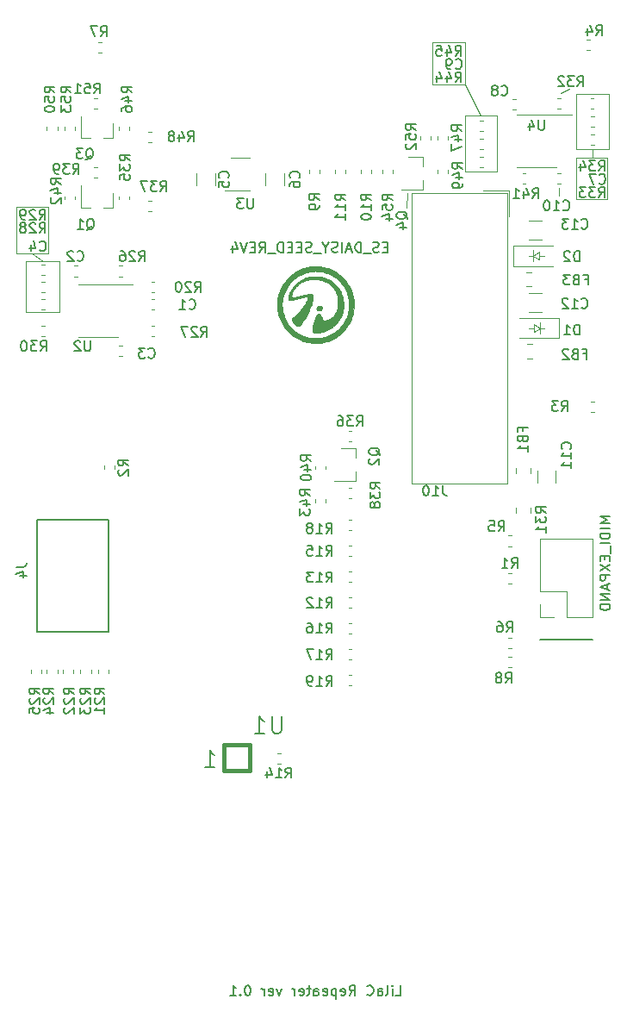
<source format=gbo>
G04 #@! TF.GenerationSoftware,KiCad,Pcbnew,(5.1.4)-1*
G04 #@! TF.CreationDate,2020-06-21T13:40:25+09:00*
G04 #@! TF.ProjectId,dooper-main,646f6f70-6572-42d6-9d61-696e2e6b6963,rev?*
G04 #@! TF.SameCoordinates,Original*
G04 #@! TF.FileFunction,Legend,Bot*
G04 #@! TF.FilePolarity,Positive*
%FSLAX46Y46*%
G04 Gerber Fmt 4.6, Leading zero omitted, Abs format (unit mm)*
G04 Created by KiCad (PCBNEW (5.1.4)-1) date 2020-06-21 13:40:25*
%MOMM*%
%LPD*%
G04 APERTURE LIST*
%ADD10C,0.150000*%
%ADD11C,0.120000*%
%ADD12C,0.200000*%
%ADD13C,0.010000*%
%ADD14C,0.406400*%
%ADD15C,0.100000*%
%ADD16C,0.135128*%
%ADD17C,0.142240*%
G04 APERTURE END LIST*
D10*
X87480952Y-158452380D02*
X87957142Y-158452380D01*
X87957142Y-157452380D01*
X87147619Y-158452380D02*
X87147619Y-157785714D01*
X87147619Y-157452380D02*
X87195238Y-157500000D01*
X87147619Y-157547619D01*
X87100000Y-157500000D01*
X87147619Y-157452380D01*
X87147619Y-157547619D01*
X86528571Y-158452380D02*
X86623809Y-158404761D01*
X86671428Y-158309523D01*
X86671428Y-157452380D01*
X85719047Y-158452380D02*
X85719047Y-157928571D01*
X85766666Y-157833333D01*
X85861904Y-157785714D01*
X86052380Y-157785714D01*
X86147619Y-157833333D01*
X85719047Y-158404761D02*
X85814285Y-158452380D01*
X86052380Y-158452380D01*
X86147619Y-158404761D01*
X86195238Y-158309523D01*
X86195238Y-158214285D01*
X86147619Y-158119047D01*
X86052380Y-158071428D01*
X85814285Y-158071428D01*
X85719047Y-158023809D01*
X84671428Y-158357142D02*
X84719047Y-158404761D01*
X84861904Y-158452380D01*
X84957142Y-158452380D01*
X85100000Y-158404761D01*
X85195238Y-158309523D01*
X85242857Y-158214285D01*
X85290476Y-158023809D01*
X85290476Y-157880952D01*
X85242857Y-157690476D01*
X85195238Y-157595238D01*
X85100000Y-157500000D01*
X84957142Y-157452380D01*
X84861904Y-157452380D01*
X84719047Y-157500000D01*
X84671428Y-157547619D01*
X82909523Y-158452380D02*
X83242857Y-157976190D01*
X83480952Y-158452380D02*
X83480952Y-157452380D01*
X83100000Y-157452380D01*
X83004761Y-157500000D01*
X82957142Y-157547619D01*
X82909523Y-157642857D01*
X82909523Y-157785714D01*
X82957142Y-157880952D01*
X83004761Y-157928571D01*
X83100000Y-157976190D01*
X83480952Y-157976190D01*
X82100000Y-158404761D02*
X82195238Y-158452380D01*
X82385714Y-158452380D01*
X82480952Y-158404761D01*
X82528571Y-158309523D01*
X82528571Y-157928571D01*
X82480952Y-157833333D01*
X82385714Y-157785714D01*
X82195238Y-157785714D01*
X82100000Y-157833333D01*
X82052380Y-157928571D01*
X82052380Y-158023809D01*
X82528571Y-158119047D01*
X81623809Y-157785714D02*
X81623809Y-158785714D01*
X81623809Y-157833333D02*
X81528571Y-157785714D01*
X81338095Y-157785714D01*
X81242857Y-157833333D01*
X81195238Y-157880952D01*
X81147619Y-157976190D01*
X81147619Y-158261904D01*
X81195238Y-158357142D01*
X81242857Y-158404761D01*
X81338095Y-158452380D01*
X81528571Y-158452380D01*
X81623809Y-158404761D01*
X80338095Y-158404761D02*
X80433333Y-158452380D01*
X80623809Y-158452380D01*
X80719047Y-158404761D01*
X80766666Y-158309523D01*
X80766666Y-157928571D01*
X80719047Y-157833333D01*
X80623809Y-157785714D01*
X80433333Y-157785714D01*
X80338095Y-157833333D01*
X80290476Y-157928571D01*
X80290476Y-158023809D01*
X80766666Y-158119047D01*
X79433333Y-158452380D02*
X79433333Y-157928571D01*
X79480952Y-157833333D01*
X79576190Y-157785714D01*
X79766666Y-157785714D01*
X79861904Y-157833333D01*
X79433333Y-158404761D02*
X79528571Y-158452380D01*
X79766666Y-158452380D01*
X79861904Y-158404761D01*
X79909523Y-158309523D01*
X79909523Y-158214285D01*
X79861904Y-158119047D01*
X79766666Y-158071428D01*
X79528571Y-158071428D01*
X79433333Y-158023809D01*
X79100000Y-157785714D02*
X78719047Y-157785714D01*
X78957142Y-157452380D02*
X78957142Y-158309523D01*
X78909523Y-158404761D01*
X78814285Y-158452380D01*
X78719047Y-158452380D01*
X78004761Y-158404761D02*
X78100000Y-158452380D01*
X78290476Y-158452380D01*
X78385714Y-158404761D01*
X78433333Y-158309523D01*
X78433333Y-157928571D01*
X78385714Y-157833333D01*
X78290476Y-157785714D01*
X78100000Y-157785714D01*
X78004761Y-157833333D01*
X77957142Y-157928571D01*
X77957142Y-158023809D01*
X78433333Y-158119047D01*
X77528571Y-158452380D02*
X77528571Y-157785714D01*
X77528571Y-157976190D02*
X77480952Y-157880952D01*
X77433333Y-157833333D01*
X77338095Y-157785714D01*
X77242857Y-157785714D01*
X76242857Y-157785714D02*
X76004761Y-158452380D01*
X75766666Y-157785714D01*
X75004761Y-158404761D02*
X75100000Y-158452380D01*
X75290476Y-158452380D01*
X75385714Y-158404761D01*
X75433333Y-158309523D01*
X75433333Y-157928571D01*
X75385714Y-157833333D01*
X75290476Y-157785714D01*
X75100000Y-157785714D01*
X75004761Y-157833333D01*
X74957142Y-157928571D01*
X74957142Y-158023809D01*
X75433333Y-158119047D01*
X74528571Y-158452380D02*
X74528571Y-157785714D01*
X74528571Y-157976190D02*
X74480952Y-157880952D01*
X74433333Y-157833333D01*
X74338095Y-157785714D01*
X74242857Y-157785714D01*
X72957142Y-157452380D02*
X72861904Y-157452380D01*
X72766666Y-157500000D01*
X72719047Y-157547619D01*
X72671428Y-157642857D01*
X72623809Y-157833333D01*
X72623809Y-158071428D01*
X72671428Y-158261904D01*
X72719047Y-158357142D01*
X72766666Y-158404761D01*
X72861904Y-158452380D01*
X72957142Y-158452380D01*
X73052380Y-158404761D01*
X73100000Y-158357142D01*
X73147619Y-158261904D01*
X73195238Y-158071428D01*
X73195238Y-157833333D01*
X73147619Y-157642857D01*
X73100000Y-157547619D01*
X73052380Y-157500000D01*
X72957142Y-157452380D01*
X72195238Y-158357142D02*
X72147619Y-158404761D01*
X72195238Y-158452380D01*
X72242857Y-158404761D01*
X72195238Y-158357142D01*
X72195238Y-158452380D01*
X71195238Y-158452380D02*
X71766666Y-158452380D01*
X71480952Y-158452380D02*
X71480952Y-157452380D01*
X71576190Y-157595238D01*
X71671428Y-157690476D01*
X71766666Y-157738095D01*
D11*
X51700000Y-85600000D02*
X52800000Y-86300000D01*
X51100000Y-91300000D02*
X51100000Y-86300000D01*
X54400000Y-91300000D02*
X51100000Y-91300000D01*
X54400000Y-86300000D02*
X54400000Y-91300000D01*
X51100000Y-86300000D02*
X54400000Y-86300000D01*
X50200000Y-81000000D02*
X50300000Y-81000000D01*
X50200000Y-85600000D02*
X50200000Y-81000000D01*
X53300000Y-85600000D02*
X50200000Y-85600000D01*
X53300000Y-81000000D02*
X53300000Y-85600000D01*
X50300000Y-81000000D02*
X53300000Y-81000000D01*
D12*
X106800000Y-123500000D02*
X101700000Y-123500000D01*
D10*
X108552380Y-111428571D02*
X107552380Y-111428571D01*
X108266666Y-111761904D01*
X107552380Y-112095238D01*
X108552380Y-112095238D01*
X108552380Y-112571428D02*
X107552380Y-112571428D01*
X108552380Y-113047619D02*
X107552380Y-113047619D01*
X107552380Y-113285714D01*
X107600000Y-113428571D01*
X107695238Y-113523809D01*
X107790476Y-113571428D01*
X107980952Y-113619047D01*
X108123809Y-113619047D01*
X108314285Y-113571428D01*
X108409523Y-113523809D01*
X108504761Y-113428571D01*
X108552380Y-113285714D01*
X108552380Y-113047619D01*
X108552380Y-114047619D02*
X107552380Y-114047619D01*
X108647619Y-114285714D02*
X108647619Y-115047619D01*
X108028571Y-115285714D02*
X108028571Y-115619047D01*
X108552380Y-115761904D02*
X108552380Y-115285714D01*
X107552380Y-115285714D01*
X107552380Y-115761904D01*
X107552380Y-116095238D02*
X108552380Y-116761904D01*
X107552380Y-116761904D02*
X108552380Y-116095238D01*
X108552380Y-117142857D02*
X107552380Y-117142857D01*
X107552380Y-117523809D01*
X107600000Y-117619047D01*
X107647619Y-117666666D01*
X107742857Y-117714285D01*
X107885714Y-117714285D01*
X107980952Y-117666666D01*
X108028571Y-117619047D01*
X108076190Y-117523809D01*
X108076190Y-117142857D01*
X108266666Y-118095238D02*
X108266666Y-118571428D01*
X108552380Y-118000000D02*
X107552380Y-118333333D01*
X108552380Y-118666666D01*
X108552380Y-119000000D02*
X107552380Y-119000000D01*
X108552380Y-119571428D01*
X107552380Y-119571428D01*
X108552380Y-120047619D02*
X107552380Y-120047619D01*
X107552380Y-120285714D01*
X107600000Y-120428571D01*
X107695238Y-120523809D01*
X107790476Y-120571428D01*
X107980952Y-120619047D01*
X108123809Y-120619047D01*
X108314285Y-120571428D01*
X108409523Y-120523809D01*
X108504761Y-120428571D01*
X108552380Y-120285714D01*
X108552380Y-120047619D01*
D11*
X88500000Y-81100000D02*
X88600000Y-79600000D01*
X104500000Y-69400000D02*
X103700000Y-69800000D01*
X105200000Y-75300000D02*
X106800000Y-75300000D01*
X105200000Y-69900000D02*
X105200000Y-75300000D01*
X108400000Y-69900000D02*
X105200000Y-69900000D01*
X108400000Y-75300000D02*
X108400000Y-69900000D01*
X106800000Y-75300000D02*
X108400000Y-75300000D01*
X106800000Y-76200000D02*
X106800000Y-75300000D01*
X105200000Y-76200000D02*
X105300000Y-76200000D01*
X105200000Y-80200000D02*
X105200000Y-76200000D01*
X108300000Y-80200000D02*
X105200000Y-80200000D01*
X108300000Y-76200000D02*
X108300000Y-80200000D01*
X105300000Y-76200000D02*
X108300000Y-76200000D01*
X103500000Y-79900000D02*
X103500000Y-79100000D01*
X94300000Y-72000000D02*
X95800000Y-72000000D01*
X94300000Y-77500000D02*
X94300000Y-72000000D01*
X97400000Y-77500000D02*
X94300000Y-77500000D01*
X97400000Y-72000000D02*
X97400000Y-77500000D01*
X95800000Y-72000000D02*
X97400000Y-72000000D01*
X94300000Y-69000000D02*
X95800000Y-72000000D01*
X91100000Y-64800000D02*
X91200000Y-64800000D01*
X91100000Y-69000000D02*
X91100000Y-64800000D01*
X94300000Y-69000000D02*
X91100000Y-69000000D01*
X94300000Y-64800000D02*
X94300000Y-69000000D01*
X91200000Y-64800000D02*
X94300000Y-64800000D01*
D13*
G36*
X79967984Y-90725253D02*
G01*
X79946840Y-90726199D01*
X79929767Y-90728336D01*
X79913724Y-90732071D01*
X79895672Y-90737811D01*
X79892149Y-90739028D01*
X79840468Y-90761151D01*
X79795479Y-90788915D01*
X79757760Y-90821637D01*
X79727885Y-90858633D01*
X79706433Y-90899221D01*
X79693978Y-90942717D01*
X79690883Y-90977664D01*
X79694714Y-91019067D01*
X79707102Y-91055786D01*
X79728698Y-91089518D01*
X79737873Y-91100192D01*
X79755169Y-91117019D01*
X79774827Y-91133063D01*
X79790333Y-91143464D01*
X79830747Y-91161457D01*
X79876594Y-91173116D01*
X79925073Y-91178062D01*
X79973389Y-91175919D01*
X79998780Y-91171602D01*
X80050250Y-91156231D01*
X80098293Y-91133041D01*
X80119202Y-91120007D01*
X80158651Y-91089010D01*
X80190314Y-91054219D01*
X80213984Y-91016634D01*
X80229453Y-90977253D01*
X80236515Y-90937075D01*
X80234963Y-90897099D01*
X80224589Y-90858322D01*
X80205187Y-90821745D01*
X80186005Y-90797858D01*
X80160912Y-90774287D01*
X80133656Y-90755910D01*
X80100736Y-90740491D01*
X80089815Y-90736320D01*
X80074375Y-90731341D01*
X80058557Y-90728054D01*
X80039646Y-90726133D01*
X80014927Y-90725254D01*
X79996240Y-90725091D01*
X79967984Y-90725253D01*
X79967984Y-90725253D01*
G37*
X79967984Y-90725253D02*
X79946840Y-90726199D01*
X79929767Y-90728336D01*
X79913724Y-90732071D01*
X79895672Y-90737811D01*
X79892149Y-90739028D01*
X79840468Y-90761151D01*
X79795479Y-90788915D01*
X79757760Y-90821637D01*
X79727885Y-90858633D01*
X79706433Y-90899221D01*
X79693978Y-90942717D01*
X79690883Y-90977664D01*
X79694714Y-91019067D01*
X79707102Y-91055786D01*
X79728698Y-91089518D01*
X79737873Y-91100192D01*
X79755169Y-91117019D01*
X79774827Y-91133063D01*
X79790333Y-91143464D01*
X79830747Y-91161457D01*
X79876594Y-91173116D01*
X79925073Y-91178062D01*
X79973389Y-91175919D01*
X79998780Y-91171602D01*
X80050250Y-91156231D01*
X80098293Y-91133041D01*
X80119202Y-91120007D01*
X80158651Y-91089010D01*
X80190314Y-91054219D01*
X80213984Y-91016634D01*
X80229453Y-90977253D01*
X80236515Y-90937075D01*
X80234963Y-90897099D01*
X80224589Y-90858322D01*
X80205187Y-90821745D01*
X80186005Y-90797858D01*
X80160912Y-90774287D01*
X80133656Y-90755910D01*
X80100736Y-90740491D01*
X80089815Y-90736320D01*
X80074375Y-90731341D01*
X80058557Y-90728054D01*
X80039646Y-90726133D01*
X80014927Y-90725254D01*
X79996240Y-90725091D01*
X79967984Y-90725253D01*
G36*
X79479933Y-87818089D02*
G01*
X79314792Y-87828052D01*
X79150574Y-87847977D01*
X78987721Y-87877877D01*
X78967540Y-87882303D01*
X78807479Y-87923235D01*
X78649995Y-87973874D01*
X78495571Y-88033985D01*
X78344688Y-88103333D01*
X78197828Y-88181683D01*
X78055474Y-88268800D01*
X77918106Y-88364450D01*
X77816920Y-88443045D01*
X77732789Y-88515383D01*
X77647661Y-88595962D01*
X77562916Y-88683163D01*
X77479931Y-88775365D01*
X77400085Y-88870947D01*
X77324757Y-88968290D01*
X77255324Y-89065771D01*
X77193166Y-89161772D01*
X77164335Y-89210291D01*
X77130836Y-89271237D01*
X77097141Y-89337546D01*
X77064029Y-89407375D01*
X77032276Y-89478881D01*
X77002662Y-89550223D01*
X76975965Y-89619558D01*
X76952962Y-89685044D01*
X76934432Y-89744839D01*
X76927104Y-89771960D01*
X76916668Y-89822276D01*
X76910288Y-89873776D01*
X76908187Y-89923366D01*
X76910590Y-89967954D01*
X76912102Y-89979131D01*
X76917570Y-90007087D01*
X76925221Y-90036943D01*
X76934259Y-90066307D01*
X76943886Y-90092790D01*
X76953305Y-90114003D01*
X76961564Y-90127374D01*
X76976238Y-90140131D01*
X76996489Y-90149448D01*
X77023427Y-90155592D01*
X77058160Y-90158828D01*
X77095560Y-90159486D01*
X77153014Y-90157479D01*
X77213483Y-90152112D01*
X77277990Y-90143200D01*
X77347562Y-90130556D01*
X77423222Y-90113995D01*
X77505997Y-90093333D01*
X77593400Y-90069381D01*
X77635595Y-90057558D01*
X77685118Y-90043959D01*
X77739439Y-90029262D01*
X77796028Y-90014145D01*
X77852354Y-89999285D01*
X77905887Y-89985361D01*
X77933760Y-89978209D01*
X77983984Y-89965341D01*
X78037884Y-89951427D01*
X78093046Y-89937097D01*
X78147059Y-89922982D01*
X78197508Y-89909711D01*
X78241981Y-89897914D01*
X78265004Y-89891749D01*
X78350659Y-89869377D01*
X78427269Y-89850827D01*
X78495186Y-89836048D01*
X78554760Y-89824995D01*
X78606341Y-89817619D01*
X78650280Y-89813872D01*
X78686927Y-89813706D01*
X78716633Y-89817074D01*
X78739748Y-89823928D01*
X78744826Y-89826328D01*
X78764504Y-89842220D01*
X78779214Y-89866717D01*
X78788776Y-89899463D01*
X78791497Y-89918137D01*
X78793570Y-89953451D01*
X78791837Y-89988653D01*
X78785951Y-90026029D01*
X78775567Y-90067869D01*
X78762477Y-90110067D01*
X78723174Y-90217478D01*
X78675522Y-90328540D01*
X78620168Y-90442186D01*
X78557759Y-90557347D01*
X78488944Y-90672955D01*
X78414369Y-90787943D01*
X78334682Y-90901241D01*
X78250531Y-91011782D01*
X78162563Y-91118498D01*
X78125151Y-91161340D01*
X78097110Y-91192521D01*
X78063205Y-91229599D01*
X78024702Y-91271234D01*
X77982868Y-91316086D01*
X77938968Y-91362814D01*
X77894268Y-91410077D01*
X77850036Y-91456536D01*
X77807536Y-91500848D01*
X77768035Y-91541675D01*
X77732800Y-91577675D01*
X77714131Y-91596502D01*
X77669047Y-91641238D01*
X77629176Y-91679729D01*
X77592977Y-91713317D01*
X77558908Y-91743347D01*
X77525428Y-91771161D01*
X77490995Y-91798103D01*
X77454069Y-91825517D01*
X77438460Y-91836769D01*
X77393561Y-91869968D01*
X77356992Y-91899574D01*
X77327980Y-91926509D01*
X77305755Y-91951695D01*
X77289544Y-91976055D01*
X77278576Y-92000511D01*
X77272080Y-92025986D01*
X77270452Y-92037640D01*
X77270734Y-92073515D01*
X77278419Y-92114144D01*
X77292942Y-92157981D01*
X77313736Y-92203477D01*
X77340234Y-92249088D01*
X77356764Y-92273288D01*
X77379021Y-92302800D01*
X77406423Y-92337053D01*
X77437199Y-92374003D01*
X77469582Y-92411606D01*
X77501803Y-92447820D01*
X77532093Y-92480602D01*
X77558684Y-92507907D01*
X77566128Y-92515160D01*
X77625352Y-92568008D01*
X77683014Y-92611651D01*
X77738916Y-92646005D01*
X77792859Y-92670986D01*
X77844646Y-92686512D01*
X77894079Y-92692499D01*
X77940959Y-92688863D01*
X77964975Y-92682922D01*
X77999052Y-92669385D01*
X78032773Y-92649805D01*
X78066768Y-92623580D01*
X78101671Y-92590112D01*
X78138112Y-92548800D01*
X78176725Y-92499044D01*
X78213867Y-92446528D01*
X78320996Y-92285983D01*
X78424108Y-92124374D01*
X78522977Y-91962205D01*
X78617373Y-91799984D01*
X78707071Y-91638215D01*
X78791842Y-91477406D01*
X78871459Y-91318061D01*
X78945694Y-91160686D01*
X79014321Y-91005788D01*
X79077110Y-90853873D01*
X79133836Y-90705445D01*
X79184270Y-90561012D01*
X79228184Y-90421079D01*
X79265353Y-90286151D01*
X79295547Y-90156736D01*
X79318539Y-90033338D01*
X79327877Y-89969407D01*
X79335855Y-89894724D01*
X79339299Y-89827507D01*
X79338249Y-89768008D01*
X79332747Y-89716483D01*
X79322833Y-89673183D01*
X79308547Y-89638362D01*
X79289930Y-89612275D01*
X79268268Y-89595811D01*
X79253059Y-89588806D01*
X79236271Y-89583242D01*
X79216470Y-89578927D01*
X79192225Y-89575667D01*
X79162100Y-89573269D01*
X79124663Y-89571540D01*
X79079300Y-89570302D01*
X79033467Y-89569631D01*
X78991276Y-89569781D01*
X78951286Y-89570911D01*
X78912057Y-89573181D01*
X78872146Y-89576750D01*
X78830114Y-89581779D01*
X78784520Y-89588427D01*
X78733923Y-89596853D01*
X78676881Y-89607217D01*
X78611954Y-89619679D01*
X78584000Y-89625179D01*
X78479138Y-89646618D01*
X78374991Y-89669372D01*
X78269272Y-89693980D01*
X78159694Y-89720982D01*
X78043969Y-89750918D01*
X77989640Y-89765392D01*
X77898241Y-89789761D01*
X77815972Y-89811287D01*
X77742247Y-89830088D01*
X77676477Y-89846281D01*
X77618074Y-89859983D01*
X77566450Y-89871313D01*
X77521016Y-89880386D01*
X77481186Y-89887321D01*
X77446370Y-89892235D01*
X77415981Y-89895244D01*
X77389431Y-89896467D01*
X77366131Y-89896021D01*
X77345493Y-89894023D01*
X77345145Y-89893974D01*
X77313010Y-89888173D01*
X77289324Y-89880452D01*
X77272402Y-89869625D01*
X77260559Y-89854506D01*
X77252113Y-89833908D01*
X77250149Y-89827080D01*
X77238544Y-89765369D01*
X77235547Y-89699063D01*
X77241036Y-89628768D01*
X77254889Y-89555084D01*
X77276983Y-89478617D01*
X77307196Y-89399968D01*
X77345407Y-89319740D01*
X77357627Y-89296885D01*
X77402787Y-89219886D01*
X77455525Y-89139494D01*
X77514558Y-89057285D01*
X77578601Y-88974833D01*
X77646370Y-88893715D01*
X77716581Y-88815505D01*
X77787950Y-88741780D01*
X77859194Y-88674115D01*
X77881095Y-88654579D01*
X77995326Y-88561021D01*
X78115202Y-88475841D01*
X78240474Y-88399139D01*
X78370896Y-88331016D01*
X78506217Y-88271575D01*
X78646189Y-88220917D01*
X78790563Y-88179144D01*
X78939091Y-88146355D01*
X79091525Y-88122655D01*
X79214423Y-88110432D01*
X79268136Y-88107585D01*
X79330108Y-88106365D01*
X79398583Y-88106680D01*
X79471806Y-88108436D01*
X79548022Y-88111541D01*
X79625476Y-88115902D01*
X79702413Y-88121425D01*
X79777079Y-88128016D01*
X79847717Y-88135584D01*
X79912574Y-88144035D01*
X79946775Y-88149292D01*
X80102510Y-88179401D01*
X80252373Y-88217733D01*
X80396608Y-88264394D01*
X80535455Y-88319494D01*
X80669158Y-88383138D01*
X80797958Y-88455435D01*
X80922098Y-88536492D01*
X81041819Y-88626417D01*
X81066411Y-88646429D01*
X81100174Y-88675589D01*
X81138409Y-88710825D01*
X81179264Y-88750258D01*
X81220890Y-88792009D01*
X81261435Y-88834201D01*
X81299048Y-88874955D01*
X81331879Y-88912393D01*
X81349538Y-88933760D01*
X81434916Y-89048327D01*
X81511495Y-89167964D01*
X81579277Y-89292675D01*
X81638263Y-89422462D01*
X81688454Y-89557332D01*
X81729853Y-89697286D01*
X81762461Y-89842329D01*
X81786279Y-89992466D01*
X81799471Y-90122225D01*
X81802622Y-90176684D01*
X81804404Y-90238465D01*
X81804890Y-90305799D01*
X81804148Y-90376915D01*
X81802250Y-90450045D01*
X81799266Y-90523417D01*
X81795265Y-90595263D01*
X81790319Y-90663812D01*
X81784496Y-90727295D01*
X81777869Y-90783942D01*
X81771536Y-90826091D01*
X81743241Y-90961501D01*
X81705197Y-91094402D01*
X81657608Y-91224321D01*
X81600680Y-91350787D01*
X81534616Y-91473326D01*
X81459621Y-91591466D01*
X81410439Y-91660021D01*
X81370003Y-91708817D01*
X81321238Y-91759117D01*
X81265645Y-91809854D01*
X81204725Y-91859964D01*
X81139981Y-91908384D01*
X81072912Y-91954047D01*
X81005021Y-91995890D01*
X80937808Y-92032847D01*
X80872775Y-92063855D01*
X80811423Y-92087849D01*
X80803326Y-92090551D01*
X80739582Y-92109939D01*
X80675965Y-92126640D01*
X80614254Y-92140300D01*
X80556226Y-92150566D01*
X80503661Y-92157085D01*
X80458336Y-92159504D01*
X80455980Y-92159511D01*
X80418606Y-92158530D01*
X80389494Y-92154913D01*
X80366875Y-92147627D01*
X80348979Y-92135641D01*
X80334037Y-92117923D01*
X80320279Y-92093439D01*
X80312083Y-92075593D01*
X80298684Y-92045484D01*
X80282514Y-92010020D01*
X80264320Y-91970765D01*
X80244848Y-91929279D01*
X80224846Y-91887126D01*
X80205059Y-91845866D01*
X80186234Y-91807063D01*
X80169117Y-91772279D01*
X80154456Y-91743075D01*
X80142996Y-91721013D01*
X80139899Y-91715304D01*
X80110011Y-91663792D01*
X80081284Y-91620071D01*
X80052296Y-91582107D01*
X80025577Y-91551990D01*
X79990051Y-91519432D01*
X79954722Y-91496805D01*
X79919545Y-91484132D01*
X79884478Y-91481435D01*
X79849478Y-91488736D01*
X79814500Y-91506058D01*
X79779503Y-91533422D01*
X79744443Y-91570852D01*
X79709277Y-91618369D01*
X79673961Y-91675995D01*
X79638453Y-91743753D01*
X79633436Y-91754108D01*
X79585413Y-91860792D01*
X79539408Y-91976268D01*
X79495779Y-92099306D01*
X79454888Y-92228674D01*
X79417095Y-92363141D01*
X79382760Y-92501474D01*
X79352244Y-92642444D01*
X79325907Y-92784817D01*
X79318396Y-92830627D01*
X79306901Y-92909748D01*
X79299036Y-92980024D01*
X79294827Y-93042110D01*
X79294301Y-93096661D01*
X79297487Y-93144333D01*
X79304412Y-93185781D01*
X79315102Y-93221660D01*
X79329585Y-93252624D01*
X79336486Y-93263841D01*
X79354411Y-93285795D01*
X79377117Y-93304123D01*
X79405385Y-93319055D01*
X79439992Y-93330821D01*
X79481719Y-93339650D01*
X79531345Y-93345773D01*
X79589648Y-93349419D01*
X79630480Y-93350536D01*
X79663574Y-93350952D01*
X79695360Y-93351119D01*
X79723601Y-93351041D01*
X79746056Y-93350723D01*
X79760020Y-93350204D01*
X79865172Y-93342348D01*
X79960637Y-93332939D01*
X80046778Y-93321931D01*
X80123957Y-93309281D01*
X80174040Y-93299162D01*
X80274438Y-93274925D01*
X80373597Y-93246598D01*
X80472998Y-93213631D01*
X80574121Y-93175477D01*
X80678448Y-93131588D01*
X80787457Y-93081417D01*
X80864717Y-93043582D01*
X80944565Y-93002109D01*
X81019378Y-92959941D01*
X81090414Y-92916131D01*
X81158931Y-92869731D01*
X81226185Y-92819793D01*
X81293435Y-92765371D01*
X81361938Y-92705516D01*
X81432951Y-92639281D01*
X81507732Y-92565720D01*
X81533154Y-92539978D01*
X81651998Y-92412793D01*
X81761044Y-92283369D01*
X81860464Y-92151435D01*
X81950428Y-92016719D01*
X82031107Y-91878950D01*
X82102671Y-91737854D01*
X82165291Y-91593162D01*
X82217057Y-91450900D01*
X82252350Y-91334754D01*
X82282083Y-91215534D01*
X82306577Y-91091646D01*
X82326154Y-90961496D01*
X82339013Y-90846380D01*
X82341502Y-90812238D01*
X82343350Y-90769951D01*
X82344570Y-90721511D01*
X82345172Y-90668911D01*
X82345167Y-90614144D01*
X82344568Y-90559203D01*
X82343385Y-90506081D01*
X82341629Y-90456771D01*
X82339313Y-90413266D01*
X82336447Y-90377560D01*
X82336337Y-90376480D01*
X82313513Y-90199853D01*
X82281707Y-90027501D01*
X82240986Y-89859585D01*
X82191416Y-89696263D01*
X82133063Y-89537696D01*
X82065993Y-89384043D01*
X81990273Y-89235463D01*
X81905969Y-89092117D01*
X81813147Y-88954164D01*
X81711874Y-88821764D01*
X81669701Y-88771200D01*
X81651303Y-88750347D01*
X81627446Y-88724331D01*
X81599949Y-88695077D01*
X81570630Y-88664511D01*
X81541309Y-88634558D01*
X81528104Y-88621300D01*
X81406936Y-88507482D01*
X81279889Y-88401940D01*
X81147041Y-88304719D01*
X81008465Y-88215861D01*
X80864237Y-88135409D01*
X80714433Y-88063407D01*
X80559127Y-87999898D01*
X80398396Y-87944926D01*
X80303953Y-87917310D01*
X80140852Y-87877633D01*
X79976457Y-87847861D01*
X79811209Y-87828006D01*
X79645554Y-87818078D01*
X79479933Y-87818089D01*
X79479933Y-87818089D01*
G37*
X79479933Y-87818089D02*
X79314792Y-87828052D01*
X79150574Y-87847977D01*
X78987721Y-87877877D01*
X78967540Y-87882303D01*
X78807479Y-87923235D01*
X78649995Y-87973874D01*
X78495571Y-88033985D01*
X78344688Y-88103333D01*
X78197828Y-88181683D01*
X78055474Y-88268800D01*
X77918106Y-88364450D01*
X77816920Y-88443045D01*
X77732789Y-88515383D01*
X77647661Y-88595962D01*
X77562916Y-88683163D01*
X77479931Y-88775365D01*
X77400085Y-88870947D01*
X77324757Y-88968290D01*
X77255324Y-89065771D01*
X77193166Y-89161772D01*
X77164335Y-89210291D01*
X77130836Y-89271237D01*
X77097141Y-89337546D01*
X77064029Y-89407375D01*
X77032276Y-89478881D01*
X77002662Y-89550223D01*
X76975965Y-89619558D01*
X76952962Y-89685044D01*
X76934432Y-89744839D01*
X76927104Y-89771960D01*
X76916668Y-89822276D01*
X76910288Y-89873776D01*
X76908187Y-89923366D01*
X76910590Y-89967954D01*
X76912102Y-89979131D01*
X76917570Y-90007087D01*
X76925221Y-90036943D01*
X76934259Y-90066307D01*
X76943886Y-90092790D01*
X76953305Y-90114003D01*
X76961564Y-90127374D01*
X76976238Y-90140131D01*
X76996489Y-90149448D01*
X77023427Y-90155592D01*
X77058160Y-90158828D01*
X77095560Y-90159486D01*
X77153014Y-90157479D01*
X77213483Y-90152112D01*
X77277990Y-90143200D01*
X77347562Y-90130556D01*
X77423222Y-90113995D01*
X77505997Y-90093333D01*
X77593400Y-90069381D01*
X77635595Y-90057558D01*
X77685118Y-90043959D01*
X77739439Y-90029262D01*
X77796028Y-90014145D01*
X77852354Y-89999285D01*
X77905887Y-89985361D01*
X77933760Y-89978209D01*
X77983984Y-89965341D01*
X78037884Y-89951427D01*
X78093046Y-89937097D01*
X78147059Y-89922982D01*
X78197508Y-89909711D01*
X78241981Y-89897914D01*
X78265004Y-89891749D01*
X78350659Y-89869377D01*
X78427269Y-89850827D01*
X78495186Y-89836048D01*
X78554760Y-89824995D01*
X78606341Y-89817619D01*
X78650280Y-89813872D01*
X78686927Y-89813706D01*
X78716633Y-89817074D01*
X78739748Y-89823928D01*
X78744826Y-89826328D01*
X78764504Y-89842220D01*
X78779214Y-89866717D01*
X78788776Y-89899463D01*
X78791497Y-89918137D01*
X78793570Y-89953451D01*
X78791837Y-89988653D01*
X78785951Y-90026029D01*
X78775567Y-90067869D01*
X78762477Y-90110067D01*
X78723174Y-90217478D01*
X78675522Y-90328540D01*
X78620168Y-90442186D01*
X78557759Y-90557347D01*
X78488944Y-90672955D01*
X78414369Y-90787943D01*
X78334682Y-90901241D01*
X78250531Y-91011782D01*
X78162563Y-91118498D01*
X78125151Y-91161340D01*
X78097110Y-91192521D01*
X78063205Y-91229599D01*
X78024702Y-91271234D01*
X77982868Y-91316086D01*
X77938968Y-91362814D01*
X77894268Y-91410077D01*
X77850036Y-91456536D01*
X77807536Y-91500848D01*
X77768035Y-91541675D01*
X77732800Y-91577675D01*
X77714131Y-91596502D01*
X77669047Y-91641238D01*
X77629176Y-91679729D01*
X77592977Y-91713317D01*
X77558908Y-91743347D01*
X77525428Y-91771161D01*
X77490995Y-91798103D01*
X77454069Y-91825517D01*
X77438460Y-91836769D01*
X77393561Y-91869968D01*
X77356992Y-91899574D01*
X77327980Y-91926509D01*
X77305755Y-91951695D01*
X77289544Y-91976055D01*
X77278576Y-92000511D01*
X77272080Y-92025986D01*
X77270452Y-92037640D01*
X77270734Y-92073515D01*
X77278419Y-92114144D01*
X77292942Y-92157981D01*
X77313736Y-92203477D01*
X77340234Y-92249088D01*
X77356764Y-92273288D01*
X77379021Y-92302800D01*
X77406423Y-92337053D01*
X77437199Y-92374003D01*
X77469582Y-92411606D01*
X77501803Y-92447820D01*
X77532093Y-92480602D01*
X77558684Y-92507907D01*
X77566128Y-92515160D01*
X77625352Y-92568008D01*
X77683014Y-92611651D01*
X77738916Y-92646005D01*
X77792859Y-92670986D01*
X77844646Y-92686512D01*
X77894079Y-92692499D01*
X77940959Y-92688863D01*
X77964975Y-92682922D01*
X77999052Y-92669385D01*
X78032773Y-92649805D01*
X78066768Y-92623580D01*
X78101671Y-92590112D01*
X78138112Y-92548800D01*
X78176725Y-92499044D01*
X78213867Y-92446528D01*
X78320996Y-92285983D01*
X78424108Y-92124374D01*
X78522977Y-91962205D01*
X78617373Y-91799984D01*
X78707071Y-91638215D01*
X78791842Y-91477406D01*
X78871459Y-91318061D01*
X78945694Y-91160686D01*
X79014321Y-91005788D01*
X79077110Y-90853873D01*
X79133836Y-90705445D01*
X79184270Y-90561012D01*
X79228184Y-90421079D01*
X79265353Y-90286151D01*
X79295547Y-90156736D01*
X79318539Y-90033338D01*
X79327877Y-89969407D01*
X79335855Y-89894724D01*
X79339299Y-89827507D01*
X79338249Y-89768008D01*
X79332747Y-89716483D01*
X79322833Y-89673183D01*
X79308547Y-89638362D01*
X79289930Y-89612275D01*
X79268268Y-89595811D01*
X79253059Y-89588806D01*
X79236271Y-89583242D01*
X79216470Y-89578927D01*
X79192225Y-89575667D01*
X79162100Y-89573269D01*
X79124663Y-89571540D01*
X79079300Y-89570302D01*
X79033467Y-89569631D01*
X78991276Y-89569781D01*
X78951286Y-89570911D01*
X78912057Y-89573181D01*
X78872146Y-89576750D01*
X78830114Y-89581779D01*
X78784520Y-89588427D01*
X78733923Y-89596853D01*
X78676881Y-89607217D01*
X78611954Y-89619679D01*
X78584000Y-89625179D01*
X78479138Y-89646618D01*
X78374991Y-89669372D01*
X78269272Y-89693980D01*
X78159694Y-89720982D01*
X78043969Y-89750918D01*
X77989640Y-89765392D01*
X77898241Y-89789761D01*
X77815972Y-89811287D01*
X77742247Y-89830088D01*
X77676477Y-89846281D01*
X77618074Y-89859983D01*
X77566450Y-89871313D01*
X77521016Y-89880386D01*
X77481186Y-89887321D01*
X77446370Y-89892235D01*
X77415981Y-89895244D01*
X77389431Y-89896467D01*
X77366131Y-89896021D01*
X77345493Y-89894023D01*
X77345145Y-89893974D01*
X77313010Y-89888173D01*
X77289324Y-89880452D01*
X77272402Y-89869625D01*
X77260559Y-89854506D01*
X77252113Y-89833908D01*
X77250149Y-89827080D01*
X77238544Y-89765369D01*
X77235547Y-89699063D01*
X77241036Y-89628768D01*
X77254889Y-89555084D01*
X77276983Y-89478617D01*
X77307196Y-89399968D01*
X77345407Y-89319740D01*
X77357627Y-89296885D01*
X77402787Y-89219886D01*
X77455525Y-89139494D01*
X77514558Y-89057285D01*
X77578601Y-88974833D01*
X77646370Y-88893715D01*
X77716581Y-88815505D01*
X77787950Y-88741780D01*
X77859194Y-88674115D01*
X77881095Y-88654579D01*
X77995326Y-88561021D01*
X78115202Y-88475841D01*
X78240474Y-88399139D01*
X78370896Y-88331016D01*
X78506217Y-88271575D01*
X78646189Y-88220917D01*
X78790563Y-88179144D01*
X78939091Y-88146355D01*
X79091525Y-88122655D01*
X79214423Y-88110432D01*
X79268136Y-88107585D01*
X79330108Y-88106365D01*
X79398583Y-88106680D01*
X79471806Y-88108436D01*
X79548022Y-88111541D01*
X79625476Y-88115902D01*
X79702413Y-88121425D01*
X79777079Y-88128016D01*
X79847717Y-88135584D01*
X79912574Y-88144035D01*
X79946775Y-88149292D01*
X80102510Y-88179401D01*
X80252373Y-88217733D01*
X80396608Y-88264394D01*
X80535455Y-88319494D01*
X80669158Y-88383138D01*
X80797958Y-88455435D01*
X80922098Y-88536492D01*
X81041819Y-88626417D01*
X81066411Y-88646429D01*
X81100174Y-88675589D01*
X81138409Y-88710825D01*
X81179264Y-88750258D01*
X81220890Y-88792009D01*
X81261435Y-88834201D01*
X81299048Y-88874955D01*
X81331879Y-88912393D01*
X81349538Y-88933760D01*
X81434916Y-89048327D01*
X81511495Y-89167964D01*
X81579277Y-89292675D01*
X81638263Y-89422462D01*
X81688454Y-89557332D01*
X81729853Y-89697286D01*
X81762461Y-89842329D01*
X81786279Y-89992466D01*
X81799471Y-90122225D01*
X81802622Y-90176684D01*
X81804404Y-90238465D01*
X81804890Y-90305799D01*
X81804148Y-90376915D01*
X81802250Y-90450045D01*
X81799266Y-90523417D01*
X81795265Y-90595263D01*
X81790319Y-90663812D01*
X81784496Y-90727295D01*
X81777869Y-90783942D01*
X81771536Y-90826091D01*
X81743241Y-90961501D01*
X81705197Y-91094402D01*
X81657608Y-91224321D01*
X81600680Y-91350787D01*
X81534616Y-91473326D01*
X81459621Y-91591466D01*
X81410439Y-91660021D01*
X81370003Y-91708817D01*
X81321238Y-91759117D01*
X81265645Y-91809854D01*
X81204725Y-91859964D01*
X81139981Y-91908384D01*
X81072912Y-91954047D01*
X81005021Y-91995890D01*
X80937808Y-92032847D01*
X80872775Y-92063855D01*
X80811423Y-92087849D01*
X80803326Y-92090551D01*
X80739582Y-92109939D01*
X80675965Y-92126640D01*
X80614254Y-92140300D01*
X80556226Y-92150566D01*
X80503661Y-92157085D01*
X80458336Y-92159504D01*
X80455980Y-92159511D01*
X80418606Y-92158530D01*
X80389494Y-92154913D01*
X80366875Y-92147627D01*
X80348979Y-92135641D01*
X80334037Y-92117923D01*
X80320279Y-92093439D01*
X80312083Y-92075593D01*
X80298684Y-92045484D01*
X80282514Y-92010020D01*
X80264320Y-91970765D01*
X80244848Y-91929279D01*
X80224846Y-91887126D01*
X80205059Y-91845866D01*
X80186234Y-91807063D01*
X80169117Y-91772279D01*
X80154456Y-91743075D01*
X80142996Y-91721013D01*
X80139899Y-91715304D01*
X80110011Y-91663792D01*
X80081284Y-91620071D01*
X80052296Y-91582107D01*
X80025577Y-91551990D01*
X79990051Y-91519432D01*
X79954722Y-91496805D01*
X79919545Y-91484132D01*
X79884478Y-91481435D01*
X79849478Y-91488736D01*
X79814500Y-91506058D01*
X79779503Y-91533422D01*
X79744443Y-91570852D01*
X79709277Y-91618369D01*
X79673961Y-91675995D01*
X79638453Y-91743753D01*
X79633436Y-91754108D01*
X79585413Y-91860792D01*
X79539408Y-91976268D01*
X79495779Y-92099306D01*
X79454888Y-92228674D01*
X79417095Y-92363141D01*
X79382760Y-92501474D01*
X79352244Y-92642444D01*
X79325907Y-92784817D01*
X79318396Y-92830627D01*
X79306901Y-92909748D01*
X79299036Y-92980024D01*
X79294827Y-93042110D01*
X79294301Y-93096661D01*
X79297487Y-93144333D01*
X79304412Y-93185781D01*
X79315102Y-93221660D01*
X79329585Y-93252624D01*
X79336486Y-93263841D01*
X79354411Y-93285795D01*
X79377117Y-93304123D01*
X79405385Y-93319055D01*
X79439992Y-93330821D01*
X79481719Y-93339650D01*
X79531345Y-93345773D01*
X79589648Y-93349419D01*
X79630480Y-93350536D01*
X79663574Y-93350952D01*
X79695360Y-93351119D01*
X79723601Y-93351041D01*
X79746056Y-93350723D01*
X79760020Y-93350204D01*
X79865172Y-93342348D01*
X79960637Y-93332939D01*
X80046778Y-93321931D01*
X80123957Y-93309281D01*
X80174040Y-93299162D01*
X80274438Y-93274925D01*
X80373597Y-93246598D01*
X80472998Y-93213631D01*
X80574121Y-93175477D01*
X80678448Y-93131588D01*
X80787457Y-93081417D01*
X80864717Y-93043582D01*
X80944565Y-93002109D01*
X81019378Y-92959941D01*
X81090414Y-92916131D01*
X81158931Y-92869731D01*
X81226185Y-92819793D01*
X81293435Y-92765371D01*
X81361938Y-92705516D01*
X81432951Y-92639281D01*
X81507732Y-92565720D01*
X81533154Y-92539978D01*
X81651998Y-92412793D01*
X81761044Y-92283369D01*
X81860464Y-92151435D01*
X81950428Y-92016719D01*
X82031107Y-91878950D01*
X82102671Y-91737854D01*
X82165291Y-91593162D01*
X82217057Y-91450900D01*
X82252350Y-91334754D01*
X82282083Y-91215534D01*
X82306577Y-91091646D01*
X82326154Y-90961496D01*
X82339013Y-90846380D01*
X82341502Y-90812238D01*
X82343350Y-90769951D01*
X82344570Y-90721511D01*
X82345172Y-90668911D01*
X82345167Y-90614144D01*
X82344568Y-90559203D01*
X82343385Y-90506081D01*
X82341629Y-90456771D01*
X82339313Y-90413266D01*
X82336447Y-90377560D01*
X82336337Y-90376480D01*
X82313513Y-90199853D01*
X82281707Y-90027501D01*
X82240986Y-89859585D01*
X82191416Y-89696263D01*
X82133063Y-89537696D01*
X82065993Y-89384043D01*
X81990273Y-89235463D01*
X81905969Y-89092117D01*
X81813147Y-88954164D01*
X81711874Y-88821764D01*
X81669701Y-88771200D01*
X81651303Y-88750347D01*
X81627446Y-88724331D01*
X81599949Y-88695077D01*
X81570630Y-88664511D01*
X81541309Y-88634558D01*
X81528104Y-88621300D01*
X81406936Y-88507482D01*
X81279889Y-88401940D01*
X81147041Y-88304719D01*
X81008465Y-88215861D01*
X80864237Y-88135409D01*
X80714433Y-88063407D01*
X80559127Y-87999898D01*
X80398396Y-87944926D01*
X80303953Y-87917310D01*
X80140852Y-87877633D01*
X79976457Y-87847861D01*
X79811209Y-87828006D01*
X79645554Y-87818078D01*
X79479933Y-87818089D01*
G36*
X79473965Y-86834245D02*
G01*
X79280022Y-86845832D01*
X79086260Y-86867434D01*
X78892947Y-86899058D01*
X78700352Y-86940709D01*
X78540765Y-86983034D01*
X78362200Y-87039622D01*
X78185638Y-87105972D01*
X78011680Y-87181782D01*
X77840925Y-87266751D01*
X77673976Y-87360578D01*
X77511432Y-87462963D01*
X77353894Y-87573602D01*
X77335315Y-87587450D01*
X77183168Y-87707841D01*
X77037964Y-87835455D01*
X76899912Y-87969945D01*
X76769223Y-88110966D01*
X76646108Y-88258173D01*
X76530777Y-88411220D01*
X76423441Y-88569761D01*
X76324311Y-88733451D01*
X76233598Y-88901944D01*
X76151511Y-89074896D01*
X76078262Y-89251959D01*
X76014061Y-89432789D01*
X75959118Y-89617041D01*
X75913645Y-89804368D01*
X75881439Y-89972620D01*
X75870329Y-90041063D01*
X75860993Y-90103845D01*
X75853292Y-90162781D01*
X75847084Y-90219685D01*
X75842231Y-90276373D01*
X75838591Y-90334660D01*
X75836024Y-90396361D01*
X75834390Y-90463291D01*
X75833549Y-90537265D01*
X75833356Y-90594920D01*
X75833541Y-90671873D01*
X75834299Y-90740408D01*
X75835752Y-90802258D01*
X75838018Y-90859153D01*
X75841219Y-90912827D01*
X75845473Y-90965010D01*
X75850902Y-91017436D01*
X75857624Y-91071835D01*
X75865761Y-91129940D01*
X75874378Y-91186740D01*
X75909133Y-91377120D01*
X75953411Y-91564373D01*
X76006975Y-91748204D01*
X76069592Y-91928320D01*
X76141026Y-92104429D01*
X76221042Y-92276237D01*
X76309407Y-92443451D01*
X76405884Y-92605777D01*
X76510239Y-92762923D01*
X76622238Y-92914595D01*
X76741646Y-93060500D01*
X76868227Y-93200344D01*
X77001747Y-93333835D01*
X77141972Y-93460680D01*
X77288666Y-93580584D01*
X77441594Y-93693255D01*
X77600523Y-93798400D01*
X77765217Y-93895726D01*
X77935441Y-93984939D01*
X78110961Y-94065745D01*
X78213548Y-94108035D01*
X78370360Y-94166198D01*
X78527322Y-94216679D01*
X78685953Y-94259839D01*
X78847775Y-94296040D01*
X79014308Y-94325643D01*
X79187074Y-94349008D01*
X79262180Y-94357081D01*
X79288436Y-94359135D01*
X79323263Y-94361008D01*
X79365139Y-94362680D01*
X79412542Y-94364135D01*
X79463953Y-94365354D01*
X79517848Y-94366319D01*
X79572708Y-94367012D01*
X79627010Y-94367415D01*
X79679233Y-94367510D01*
X79727856Y-94367279D01*
X79771358Y-94366704D01*
X79808217Y-94365767D01*
X79836911Y-94364450D01*
X79843840Y-94363967D01*
X80006114Y-94348757D01*
X80161035Y-94328757D01*
X80310393Y-94303609D01*
X80455978Y-94272954D01*
X80599578Y-94236436D01*
X80742984Y-94193695D01*
X80816660Y-94169374D01*
X80998471Y-94102107D01*
X81176129Y-94025660D01*
X81349323Y-93940261D01*
X81517742Y-93846137D01*
X81681072Y-93743515D01*
X81839003Y-93632621D01*
X81991221Y-93513684D01*
X82137415Y-93386930D01*
X82277272Y-93252586D01*
X82410480Y-93110879D01*
X82536728Y-92962036D01*
X82615855Y-92860311D01*
X82728127Y-92702505D01*
X82831533Y-92540005D01*
X82926014Y-92373178D01*
X83011513Y-92202393D01*
X83087971Y-92028017D01*
X83155332Y-91850418D01*
X83213537Y-91669965D01*
X83262529Y-91487024D01*
X83302249Y-91301964D01*
X83332641Y-91115153D01*
X83353646Y-90926958D01*
X83365207Y-90737747D01*
X83366599Y-90609328D01*
X82900043Y-90609328D01*
X82894898Y-90789240D01*
X82880050Y-90968672D01*
X82855467Y-91147097D01*
X82821117Y-91323987D01*
X82792124Y-91443280D01*
X82740975Y-91617742D01*
X82680454Y-91788551D01*
X82610796Y-91955357D01*
X82532238Y-92117810D01*
X82445014Y-92275561D01*
X82349359Y-92428260D01*
X82245511Y-92575557D01*
X82133704Y-92717104D01*
X82014173Y-92852551D01*
X81887155Y-92981547D01*
X81752885Y-93103745D01*
X81611599Y-93218793D01*
X81578660Y-93243812D01*
X81428901Y-93349833D01*
X81274344Y-93446986D01*
X81115283Y-93535145D01*
X80952017Y-93614182D01*
X80784842Y-93683971D01*
X80614052Y-93744384D01*
X80439945Y-93795295D01*
X80262818Y-93836575D01*
X80146100Y-93858201D01*
X80105253Y-93864835D01*
X80067082Y-93870611D01*
X80029747Y-93875739D01*
X79991412Y-93880432D01*
X79950238Y-93884902D01*
X79904389Y-93889362D01*
X79852025Y-93894023D01*
X79793040Y-93898957D01*
X79783001Y-93899331D01*
X79764035Y-93899609D01*
X79737374Y-93899788D01*
X79704253Y-93899865D01*
X79665902Y-93899839D01*
X79623556Y-93899707D01*
X79578447Y-93899466D01*
X79564440Y-93899372D01*
X79506551Y-93898862D01*
X79457340Y-93898182D01*
X79415327Y-93897272D01*
X79379030Y-93896074D01*
X79346969Y-93894532D01*
X79317663Y-93892586D01*
X79289631Y-93890178D01*
X79264720Y-93887618D01*
X79089353Y-93864370D01*
X78919994Y-93833620D01*
X78755509Y-93795090D01*
X78594764Y-93748504D01*
X78436626Y-93693586D01*
X78379850Y-93671617D01*
X78213803Y-93600251D01*
X78052792Y-93520305D01*
X77897084Y-93432103D01*
X77746944Y-93335967D01*
X77602638Y-93232220D01*
X77464432Y-93121185D01*
X77332591Y-93003185D01*
X77207382Y-92878544D01*
X77089069Y-92747584D01*
X76977920Y-92610627D01*
X76874198Y-92467998D01*
X76778171Y-92320019D01*
X76690104Y-92167013D01*
X76610262Y-92009303D01*
X76538911Y-91847212D01*
X76476318Y-91681063D01*
X76422747Y-91511179D01*
X76378465Y-91337883D01*
X76351612Y-91206433D01*
X76339745Y-91139467D01*
X76329793Y-91078384D01*
X76321602Y-91021360D01*
X76315020Y-90966574D01*
X76309895Y-90912203D01*
X76306072Y-90856424D01*
X76303400Y-90797415D01*
X76301726Y-90733353D01*
X76300896Y-90662417D01*
X76300737Y-90600000D01*
X76300814Y-90543552D01*
X76301016Y-90495867D01*
X76301393Y-90455546D01*
X76301993Y-90421193D01*
X76302866Y-90391409D01*
X76304062Y-90364797D01*
X76305630Y-90339959D01*
X76307618Y-90315498D01*
X76310078Y-90290017D01*
X76312493Y-90267260D01*
X76335673Y-90091743D01*
X76366383Y-89922271D01*
X76404950Y-89757725D01*
X76451700Y-89596983D01*
X76506961Y-89438928D01*
X76571059Y-89282437D01*
X76644320Y-89126393D01*
X76646656Y-89121720D01*
X76732787Y-88961000D01*
X76827317Y-88805839D01*
X76929964Y-88656522D01*
X77040442Y-88513335D01*
X77158468Y-88376561D01*
X77283758Y-88246487D01*
X77416028Y-88123397D01*
X77554993Y-88007577D01*
X77700370Y-87899311D01*
X77851874Y-87798885D01*
X78009222Y-87706583D01*
X78109481Y-87653615D01*
X78273570Y-87576056D01*
X78440927Y-87508037D01*
X78611673Y-87449523D01*
X78785931Y-87400482D01*
X78963820Y-87360879D01*
X79145463Y-87330682D01*
X79330981Y-87309856D01*
X79361240Y-87307375D01*
X79424329Y-87303612D01*
X79495113Y-87301394D01*
X79571251Y-87300678D01*
X79650403Y-87301420D01*
X79730231Y-87303574D01*
X79808392Y-87307098D01*
X79882549Y-87311945D01*
X79950359Y-87318073D01*
X79955600Y-87318634D01*
X80135697Y-87343210D01*
X80312926Y-87377384D01*
X80486978Y-87420921D01*
X80657546Y-87473587D01*
X80824321Y-87535148D01*
X80986996Y-87605370D01*
X81145262Y-87684019D01*
X81298811Y-87770859D01*
X81447336Y-87865657D01*
X81590527Y-87968179D01*
X81728078Y-88078190D01*
X81859680Y-88195456D01*
X81985025Y-88319742D01*
X82103805Y-88450815D01*
X82215712Y-88588440D01*
X82320438Y-88732382D01*
X82417674Y-88882408D01*
X82507113Y-89038283D01*
X82588447Y-89199773D01*
X82661367Y-89366644D01*
X82667060Y-89380800D01*
X82728941Y-89549307D01*
X82781343Y-89721025D01*
X82824233Y-89895427D01*
X82857580Y-90071985D01*
X82881352Y-90250173D01*
X82895517Y-90429463D01*
X82900043Y-90609328D01*
X83366599Y-90609328D01*
X83367265Y-90547889D01*
X83359763Y-90357751D01*
X83342644Y-90167702D01*
X83315849Y-89978108D01*
X83279321Y-89789337D01*
X83233002Y-89601759D01*
X83176834Y-89415740D01*
X83163104Y-89374928D01*
X83095940Y-89194485D01*
X83019765Y-89018410D01*
X82934871Y-88846995D01*
X82841552Y-88680531D01*
X82740099Y-88519309D01*
X82630804Y-88363621D01*
X82513960Y-88213758D01*
X82389859Y-88070011D01*
X82258793Y-87932672D01*
X82121054Y-87802032D01*
X81976935Y-87678383D01*
X81826728Y-87562015D01*
X81670726Y-87453221D01*
X81509219Y-87352291D01*
X81342501Y-87259517D01*
X81170864Y-87175191D01*
X80994600Y-87099602D01*
X80814120Y-87033085D01*
X80626415Y-86974726D01*
X80437015Y-86926342D01*
X80246187Y-86887939D01*
X80054200Y-86859521D01*
X79861322Y-86841096D01*
X79667821Y-86832669D01*
X79473965Y-86834245D01*
X79473965Y-86834245D01*
G37*
X79473965Y-86834245D02*
X79280022Y-86845832D01*
X79086260Y-86867434D01*
X78892947Y-86899058D01*
X78700352Y-86940709D01*
X78540765Y-86983034D01*
X78362200Y-87039622D01*
X78185638Y-87105972D01*
X78011680Y-87181782D01*
X77840925Y-87266751D01*
X77673976Y-87360578D01*
X77511432Y-87462963D01*
X77353894Y-87573602D01*
X77335315Y-87587450D01*
X77183168Y-87707841D01*
X77037964Y-87835455D01*
X76899912Y-87969945D01*
X76769223Y-88110966D01*
X76646108Y-88258173D01*
X76530777Y-88411220D01*
X76423441Y-88569761D01*
X76324311Y-88733451D01*
X76233598Y-88901944D01*
X76151511Y-89074896D01*
X76078262Y-89251959D01*
X76014061Y-89432789D01*
X75959118Y-89617041D01*
X75913645Y-89804368D01*
X75881439Y-89972620D01*
X75870329Y-90041063D01*
X75860993Y-90103845D01*
X75853292Y-90162781D01*
X75847084Y-90219685D01*
X75842231Y-90276373D01*
X75838591Y-90334660D01*
X75836024Y-90396361D01*
X75834390Y-90463291D01*
X75833549Y-90537265D01*
X75833356Y-90594920D01*
X75833541Y-90671873D01*
X75834299Y-90740408D01*
X75835752Y-90802258D01*
X75838018Y-90859153D01*
X75841219Y-90912827D01*
X75845473Y-90965010D01*
X75850902Y-91017436D01*
X75857624Y-91071835D01*
X75865761Y-91129940D01*
X75874378Y-91186740D01*
X75909133Y-91377120D01*
X75953411Y-91564373D01*
X76006975Y-91748204D01*
X76069592Y-91928320D01*
X76141026Y-92104429D01*
X76221042Y-92276237D01*
X76309407Y-92443451D01*
X76405884Y-92605777D01*
X76510239Y-92762923D01*
X76622238Y-92914595D01*
X76741646Y-93060500D01*
X76868227Y-93200344D01*
X77001747Y-93333835D01*
X77141972Y-93460680D01*
X77288666Y-93580584D01*
X77441594Y-93693255D01*
X77600523Y-93798400D01*
X77765217Y-93895726D01*
X77935441Y-93984939D01*
X78110961Y-94065745D01*
X78213548Y-94108035D01*
X78370360Y-94166198D01*
X78527322Y-94216679D01*
X78685953Y-94259839D01*
X78847775Y-94296040D01*
X79014308Y-94325643D01*
X79187074Y-94349008D01*
X79262180Y-94357081D01*
X79288436Y-94359135D01*
X79323263Y-94361008D01*
X79365139Y-94362680D01*
X79412542Y-94364135D01*
X79463953Y-94365354D01*
X79517848Y-94366319D01*
X79572708Y-94367012D01*
X79627010Y-94367415D01*
X79679233Y-94367510D01*
X79727856Y-94367279D01*
X79771358Y-94366704D01*
X79808217Y-94365767D01*
X79836911Y-94364450D01*
X79843840Y-94363967D01*
X80006114Y-94348757D01*
X80161035Y-94328757D01*
X80310393Y-94303609D01*
X80455978Y-94272954D01*
X80599578Y-94236436D01*
X80742984Y-94193695D01*
X80816660Y-94169374D01*
X80998471Y-94102107D01*
X81176129Y-94025660D01*
X81349323Y-93940261D01*
X81517742Y-93846137D01*
X81681072Y-93743515D01*
X81839003Y-93632621D01*
X81991221Y-93513684D01*
X82137415Y-93386930D01*
X82277272Y-93252586D01*
X82410480Y-93110879D01*
X82536728Y-92962036D01*
X82615855Y-92860311D01*
X82728127Y-92702505D01*
X82831533Y-92540005D01*
X82926014Y-92373178D01*
X83011513Y-92202393D01*
X83087971Y-92028017D01*
X83155332Y-91850418D01*
X83213537Y-91669965D01*
X83262529Y-91487024D01*
X83302249Y-91301964D01*
X83332641Y-91115153D01*
X83353646Y-90926958D01*
X83365207Y-90737747D01*
X83366599Y-90609328D01*
X82900043Y-90609328D01*
X82894898Y-90789240D01*
X82880050Y-90968672D01*
X82855467Y-91147097D01*
X82821117Y-91323987D01*
X82792124Y-91443280D01*
X82740975Y-91617742D01*
X82680454Y-91788551D01*
X82610796Y-91955357D01*
X82532238Y-92117810D01*
X82445014Y-92275561D01*
X82349359Y-92428260D01*
X82245511Y-92575557D01*
X82133704Y-92717104D01*
X82014173Y-92852551D01*
X81887155Y-92981547D01*
X81752885Y-93103745D01*
X81611599Y-93218793D01*
X81578660Y-93243812D01*
X81428901Y-93349833D01*
X81274344Y-93446986D01*
X81115283Y-93535145D01*
X80952017Y-93614182D01*
X80784842Y-93683971D01*
X80614052Y-93744384D01*
X80439945Y-93795295D01*
X80262818Y-93836575D01*
X80146100Y-93858201D01*
X80105253Y-93864835D01*
X80067082Y-93870611D01*
X80029747Y-93875739D01*
X79991412Y-93880432D01*
X79950238Y-93884902D01*
X79904389Y-93889362D01*
X79852025Y-93894023D01*
X79793040Y-93898957D01*
X79783001Y-93899331D01*
X79764035Y-93899609D01*
X79737374Y-93899788D01*
X79704253Y-93899865D01*
X79665902Y-93899839D01*
X79623556Y-93899707D01*
X79578447Y-93899466D01*
X79564440Y-93899372D01*
X79506551Y-93898862D01*
X79457340Y-93898182D01*
X79415327Y-93897272D01*
X79379030Y-93896074D01*
X79346969Y-93894532D01*
X79317663Y-93892586D01*
X79289631Y-93890178D01*
X79264720Y-93887618D01*
X79089353Y-93864370D01*
X78919994Y-93833620D01*
X78755509Y-93795090D01*
X78594764Y-93748504D01*
X78436626Y-93693586D01*
X78379850Y-93671617D01*
X78213803Y-93600251D01*
X78052792Y-93520305D01*
X77897084Y-93432103D01*
X77746944Y-93335967D01*
X77602638Y-93232220D01*
X77464432Y-93121185D01*
X77332591Y-93003185D01*
X77207382Y-92878544D01*
X77089069Y-92747584D01*
X76977920Y-92610627D01*
X76874198Y-92467998D01*
X76778171Y-92320019D01*
X76690104Y-92167013D01*
X76610262Y-92009303D01*
X76538911Y-91847212D01*
X76476318Y-91681063D01*
X76422747Y-91511179D01*
X76378465Y-91337883D01*
X76351612Y-91206433D01*
X76339745Y-91139467D01*
X76329793Y-91078384D01*
X76321602Y-91021360D01*
X76315020Y-90966574D01*
X76309895Y-90912203D01*
X76306072Y-90856424D01*
X76303400Y-90797415D01*
X76301726Y-90733353D01*
X76300896Y-90662417D01*
X76300737Y-90600000D01*
X76300814Y-90543552D01*
X76301016Y-90495867D01*
X76301393Y-90455546D01*
X76301993Y-90421193D01*
X76302866Y-90391409D01*
X76304062Y-90364797D01*
X76305630Y-90339959D01*
X76307618Y-90315498D01*
X76310078Y-90290017D01*
X76312493Y-90267260D01*
X76335673Y-90091743D01*
X76366383Y-89922271D01*
X76404950Y-89757725D01*
X76451700Y-89596983D01*
X76506961Y-89438928D01*
X76571059Y-89282437D01*
X76644320Y-89126393D01*
X76646656Y-89121720D01*
X76732787Y-88961000D01*
X76827317Y-88805839D01*
X76929964Y-88656522D01*
X77040442Y-88513335D01*
X77158468Y-88376561D01*
X77283758Y-88246487D01*
X77416028Y-88123397D01*
X77554993Y-88007577D01*
X77700370Y-87899311D01*
X77851874Y-87798885D01*
X78009222Y-87706583D01*
X78109481Y-87653615D01*
X78273570Y-87576056D01*
X78440927Y-87508037D01*
X78611673Y-87449523D01*
X78785931Y-87400482D01*
X78963820Y-87360879D01*
X79145463Y-87330682D01*
X79330981Y-87309856D01*
X79361240Y-87307375D01*
X79424329Y-87303612D01*
X79495113Y-87301394D01*
X79571251Y-87300678D01*
X79650403Y-87301420D01*
X79730231Y-87303574D01*
X79808392Y-87307098D01*
X79882549Y-87311945D01*
X79950359Y-87318073D01*
X79955600Y-87318634D01*
X80135697Y-87343210D01*
X80312926Y-87377384D01*
X80486978Y-87420921D01*
X80657546Y-87473587D01*
X80824321Y-87535148D01*
X80986996Y-87605370D01*
X81145262Y-87684019D01*
X81298811Y-87770859D01*
X81447336Y-87865657D01*
X81590527Y-87968179D01*
X81728078Y-88078190D01*
X81859680Y-88195456D01*
X81985025Y-88319742D01*
X82103805Y-88450815D01*
X82215712Y-88588440D01*
X82320438Y-88732382D01*
X82417674Y-88882408D01*
X82507113Y-89038283D01*
X82588447Y-89199773D01*
X82661367Y-89366644D01*
X82667060Y-89380800D01*
X82728941Y-89549307D01*
X82781343Y-89721025D01*
X82824233Y-89895427D01*
X82857580Y-90071985D01*
X82881352Y-90250173D01*
X82895517Y-90429463D01*
X82900043Y-90609328D01*
X83366599Y-90609328D01*
X83367265Y-90547889D01*
X83359763Y-90357751D01*
X83342644Y-90167702D01*
X83315849Y-89978108D01*
X83279321Y-89789337D01*
X83233002Y-89601759D01*
X83176834Y-89415740D01*
X83163104Y-89374928D01*
X83095940Y-89194485D01*
X83019765Y-89018410D01*
X82934871Y-88846995D01*
X82841552Y-88680531D01*
X82740099Y-88519309D01*
X82630804Y-88363621D01*
X82513960Y-88213758D01*
X82389859Y-88070011D01*
X82258793Y-87932672D01*
X82121054Y-87802032D01*
X81976935Y-87678383D01*
X81826728Y-87562015D01*
X81670726Y-87453221D01*
X81509219Y-87352291D01*
X81342501Y-87259517D01*
X81170864Y-87175191D01*
X80994600Y-87099602D01*
X80814120Y-87033085D01*
X80626415Y-86974726D01*
X80437015Y-86926342D01*
X80246187Y-86887939D01*
X80054200Y-86859521D01*
X79861322Y-86841096D01*
X79667821Y-86832669D01*
X79473965Y-86834245D01*
D14*
X70610000Y-133860000D02*
X70610000Y-136400000D01*
X70610000Y-136400000D02*
X73150000Y-136400000D01*
X73150000Y-136400000D02*
X73150000Y-133860000D01*
X73150000Y-133860000D02*
X70610000Y-133860000D01*
D11*
X100858578Y-88810000D02*
X100341422Y-88810000D01*
X100858578Y-87390000D02*
X100341422Y-87390000D01*
X100896078Y-95910000D02*
X100378922Y-95910000D01*
X100896078Y-94490000D02*
X100378922Y-94490000D01*
X99290000Y-107158578D02*
X99290000Y-106641422D01*
X100710000Y-107158578D02*
X100710000Y-106641422D01*
D10*
X59215000Y-122700000D02*
X52215000Y-122700000D01*
X59215000Y-111700000D02*
X59215000Y-122700000D01*
X52215000Y-111700000D02*
X59215000Y-111700000D01*
X52215000Y-122700000D02*
X52215000Y-111700000D01*
D11*
X63762779Y-90090000D02*
X63437221Y-90090000D01*
X63762779Y-91110000D02*
X63437221Y-91110000D01*
X56162779Y-87810000D02*
X55837221Y-87810000D01*
X56162779Y-86790000D02*
X55837221Y-86790000D01*
X60237221Y-95610000D02*
X60562779Y-95610000D01*
X60237221Y-94590000D02*
X60562779Y-94590000D01*
X52962779Y-91110000D02*
X52637221Y-91110000D01*
X52962779Y-90090000D02*
X52637221Y-90090000D01*
X69710000Y-78902064D02*
X69710000Y-77697936D01*
X67890000Y-78902064D02*
X67890000Y-77697936D01*
X76510000Y-77697936D02*
X76510000Y-78902064D01*
X74690000Y-77697936D02*
X74690000Y-78902064D01*
X106962779Y-72090000D02*
X106637221Y-72090000D01*
X106962779Y-73110000D02*
X106637221Y-73110000D01*
X99262779Y-71410000D02*
X98937221Y-71410000D01*
X99262779Y-70390000D02*
X98937221Y-70390000D01*
X96062779Y-75310000D02*
X95737221Y-75310000D01*
X96062779Y-74290000D02*
X95737221Y-74290000D01*
X103349721Y-78710000D02*
X103675279Y-78710000D01*
X103349721Y-77690000D02*
X103675279Y-77690000D01*
X103210000Y-108102064D02*
X103210000Y-106897936D01*
X101390000Y-108102064D02*
X101390000Y-106897936D01*
X101802064Y-91310000D02*
X100597936Y-91310000D01*
X101802064Y-89490000D02*
X100597936Y-89490000D01*
X100597936Y-84210000D02*
X101802064Y-84210000D01*
X100597936Y-82390000D02*
X101802064Y-82390000D01*
D15*
X101050000Y-92900000D02*
X100550000Y-92900000D01*
X101650000Y-92350000D02*
X101650000Y-93450000D01*
X101650000Y-92900000D02*
X101050000Y-92500000D01*
X101050000Y-92500000D02*
X101050000Y-93300000D01*
X101050000Y-93300000D02*
X101650000Y-92900000D01*
X101650000Y-92900000D02*
X102050000Y-92900000D01*
D11*
X103550000Y-91900000D02*
X103550000Y-93900000D01*
X103550000Y-93900000D02*
X99650000Y-93900000D01*
X103550000Y-91900000D02*
X99650000Y-91900000D01*
X99050000Y-86800000D02*
X102950000Y-86800000D01*
X99050000Y-84800000D02*
X102950000Y-84800000D01*
X99050000Y-86800000D02*
X99050000Y-84800000D01*
D15*
X100950000Y-85800000D02*
X100550000Y-85800000D01*
X101550000Y-85400000D02*
X100950000Y-85800000D01*
X101550000Y-86200000D02*
X101550000Y-85400000D01*
X100950000Y-85800000D02*
X101550000Y-86200000D01*
X100950000Y-86350000D02*
X100950000Y-85250000D01*
X101550000Y-85800000D02*
X102050000Y-85800000D01*
D11*
X101670000Y-113590000D02*
X106870000Y-113590000D01*
X101670000Y-118730000D02*
X101670000Y-113590000D01*
X106870000Y-121330000D02*
X106870000Y-113590000D01*
X101670000Y-118730000D02*
X104270000Y-118730000D01*
X104270000Y-118730000D02*
X104270000Y-121330000D01*
X104270000Y-121330000D02*
X106870000Y-121330000D01*
X101670000Y-120000000D02*
X101670000Y-121330000D01*
X101670000Y-121330000D02*
X103000000Y-121330000D01*
X89055000Y-79650000D02*
X89055000Y-108130000D01*
X89055000Y-108130000D02*
X98405000Y-108130000D01*
X98405000Y-108130000D02*
X98405000Y-79650000D01*
X98405000Y-79650000D02*
X89055000Y-79650000D01*
X98655000Y-79400000D02*
X98655000Y-81940000D01*
X98655000Y-79400000D02*
X96115000Y-79400000D01*
X59680000Y-81060000D02*
X59680000Y-79600000D01*
X56520000Y-81060000D02*
X56520000Y-78900000D01*
X56520000Y-81060000D02*
X57450000Y-81060000D01*
X59680000Y-81060000D02*
X58750000Y-81060000D01*
X83560000Y-104720000D02*
X83560000Y-105650000D01*
X83560000Y-107880000D02*
X83560000Y-106950000D01*
X83560000Y-107880000D02*
X81400000Y-107880000D01*
X83560000Y-104720000D02*
X82100000Y-104720000D01*
X59680000Y-74260000D02*
X59680000Y-72800000D01*
X56520000Y-74260000D02*
X56520000Y-72100000D01*
X56520000Y-74260000D02*
X57450000Y-74260000D01*
X59680000Y-74260000D02*
X58750000Y-74260000D01*
X90160000Y-76120000D02*
X90160000Y-77050000D01*
X90160000Y-79280000D02*
X90160000Y-78350000D01*
X90160000Y-79280000D02*
X88000000Y-79280000D01*
X90160000Y-76120000D02*
X88700000Y-76120000D01*
X98862779Y-117960000D02*
X98537221Y-117960000D01*
X98862779Y-116940000D02*
X98537221Y-116940000D01*
X58790000Y-106750279D02*
X58790000Y-106424721D01*
X59810000Y-106750279D02*
X59810000Y-106424721D01*
X106637221Y-101110000D02*
X106962779Y-101110000D01*
X106637221Y-100090000D02*
X106962779Y-100090000D01*
X106237221Y-64590000D02*
X106562779Y-64590000D01*
X106237221Y-65610000D02*
X106562779Y-65610000D01*
X98862779Y-113290000D02*
X98537221Y-113290000D01*
X98862779Y-114310000D02*
X98537221Y-114310000D01*
X98862779Y-124310000D02*
X98537221Y-124310000D01*
X98862779Y-123290000D02*
X98537221Y-123290000D01*
X58237221Y-64790000D02*
X58562779Y-64790000D01*
X58237221Y-65810000D02*
X58562779Y-65810000D01*
X98862779Y-125190000D02*
X98537221Y-125190000D01*
X98862779Y-126210000D02*
X98537221Y-126210000D01*
X78990000Y-77662779D02*
X78990000Y-77337221D01*
X80010000Y-77662779D02*
X80010000Y-77337221D01*
X85110000Y-77662779D02*
X85110000Y-77337221D01*
X84090000Y-77662779D02*
X84090000Y-77337221D01*
X81490000Y-77662779D02*
X81490000Y-77337221D01*
X82510000Y-77662779D02*
X82510000Y-77337221D01*
X83162779Y-119340000D02*
X82837221Y-119340000D01*
X83162779Y-120360000D02*
X82837221Y-120360000D01*
X83162779Y-117860000D02*
X82837221Y-117860000D01*
X83162779Y-116840000D02*
X82837221Y-116840000D01*
X75837221Y-135710000D02*
X76162779Y-135710000D01*
X75837221Y-134690000D02*
X76162779Y-134690000D01*
X83162779Y-114290000D02*
X82837221Y-114290000D01*
X83162779Y-115310000D02*
X82837221Y-115310000D01*
X83162779Y-122910000D02*
X82837221Y-122910000D01*
X83162779Y-121890000D02*
X82837221Y-121890000D01*
X83162779Y-124440000D02*
X82837221Y-124440000D01*
X83162779Y-125460000D02*
X82837221Y-125460000D01*
X83162779Y-111740000D02*
X82837221Y-111740000D01*
X83162779Y-112760000D02*
X82837221Y-112760000D01*
X83162779Y-128010000D02*
X82837221Y-128010000D01*
X83162779Y-126990000D02*
X82837221Y-126990000D01*
X63762779Y-88390000D02*
X63437221Y-88390000D01*
X63762779Y-89410000D02*
X63437221Y-89410000D01*
X58190000Y-126762779D02*
X58190000Y-126437221D01*
X59210000Y-126762779D02*
X59210000Y-126437221D01*
X55810000Y-126762779D02*
X55810000Y-126437221D01*
X54790000Y-126762779D02*
X54790000Y-126437221D01*
X57510000Y-126775279D02*
X57510000Y-126449721D01*
X56490000Y-126775279D02*
X56490000Y-126449721D01*
X53190000Y-126762779D02*
X53190000Y-126437221D01*
X54210000Y-126762779D02*
X54210000Y-126437221D01*
X51590000Y-126762779D02*
X51590000Y-126437221D01*
X52610000Y-126762779D02*
X52610000Y-126437221D01*
X60562779Y-87810000D02*
X60237221Y-87810000D01*
X60562779Y-86790000D02*
X60237221Y-86790000D01*
X63437221Y-93710000D02*
X63762779Y-93710000D01*
X63437221Y-92690000D02*
X63762779Y-92690000D01*
X52962779Y-88390000D02*
X52637221Y-88390000D01*
X52962779Y-89410000D02*
X52637221Y-89410000D01*
X52637221Y-86690000D02*
X52962779Y-86690000D01*
X52637221Y-87710000D02*
X52962779Y-87710000D01*
X52962779Y-92690000D02*
X52637221Y-92690000D01*
X52962779Y-93710000D02*
X52637221Y-93710000D01*
X100710000Y-111058578D02*
X100710000Y-110541422D01*
X99290000Y-111058578D02*
X99290000Y-110541422D01*
X103662779Y-71310000D02*
X103337221Y-71310000D01*
X103662779Y-70290000D02*
X103337221Y-70290000D01*
X106637221Y-73890000D02*
X106962779Y-73890000D01*
X106637221Y-74910000D02*
X106962779Y-74910000D01*
X106950279Y-70290000D02*
X106624721Y-70290000D01*
X106950279Y-71310000D02*
X106624721Y-71310000D01*
X60290000Y-80262779D02*
X60290000Y-79937221D01*
X61310000Y-80262779D02*
X61310000Y-79937221D01*
X83162779Y-104010000D02*
X82837221Y-104010000D01*
X83162779Y-102990000D02*
X82837221Y-102990000D01*
X63462779Y-80390000D02*
X63137221Y-80390000D01*
X63462779Y-81410000D02*
X63137221Y-81410000D01*
X82837221Y-109610000D02*
X83162779Y-109610000D01*
X82837221Y-108590000D02*
X83162779Y-108590000D01*
X57837221Y-77090000D02*
X58162779Y-77090000D01*
X57837221Y-78110000D02*
X58162779Y-78110000D01*
X79590000Y-106762779D02*
X79590000Y-106437221D01*
X80610000Y-106762779D02*
X80610000Y-106437221D01*
X100262779Y-78710000D02*
X99937221Y-78710000D01*
X100262779Y-77690000D02*
X99937221Y-77690000D01*
X55910000Y-80262779D02*
X55910000Y-79937221D01*
X54890000Y-80262779D02*
X54890000Y-79937221D01*
X80610000Y-110062779D02*
X80610000Y-109737221D01*
X79590000Y-110062779D02*
X79590000Y-109737221D01*
X96062779Y-76090000D02*
X95737221Y-76090000D01*
X96062779Y-77110000D02*
X95737221Y-77110000D01*
X95737221Y-72490000D02*
X96062779Y-72490000D01*
X95737221Y-73510000D02*
X96062779Y-73510000D01*
X61310000Y-73462779D02*
X61310000Y-73137221D01*
X60290000Y-73462779D02*
X60290000Y-73137221D01*
X91590000Y-74362779D02*
X91590000Y-74037221D01*
X92610000Y-74362779D02*
X92610000Y-74037221D01*
X63462779Y-74610000D02*
X63137221Y-74610000D01*
X63462779Y-73590000D02*
X63137221Y-73590000D01*
X91590000Y-77662779D02*
X91590000Y-77337221D01*
X92610000Y-77662779D02*
X92610000Y-77337221D01*
X53190000Y-73124721D02*
X53190000Y-73450279D01*
X54210000Y-73124721D02*
X54210000Y-73450279D01*
X57837221Y-71310000D02*
X58162779Y-71310000D01*
X57837221Y-70290000D02*
X58162779Y-70290000D01*
X90910000Y-74362779D02*
X90910000Y-74037221D01*
X89890000Y-74362779D02*
X89890000Y-74037221D01*
X54890000Y-73462779D02*
X54890000Y-73137221D01*
X55910000Y-73462779D02*
X55910000Y-73137221D01*
X86190000Y-77337221D02*
X86190000Y-77662779D01*
X87210000Y-77337221D02*
X87210000Y-77662779D01*
X58200000Y-93760000D02*
X56250000Y-93760000D01*
X58200000Y-93760000D02*
X60150000Y-93760000D01*
X58200000Y-88640000D02*
X56250000Y-88640000D01*
X58200000Y-88640000D02*
X61650000Y-88640000D01*
X71300000Y-76190000D02*
X73100000Y-76190000D01*
X73100000Y-79410000D02*
X70650000Y-79410000D01*
X101325000Y-71975000D02*
X104775000Y-71975000D01*
X101325000Y-71975000D02*
X99375000Y-71975000D01*
X101325000Y-77095000D02*
X103275000Y-77095000D01*
X101325000Y-77095000D02*
X99375000Y-77095000D01*
D16*
X76263866Y-131030466D02*
X76263866Y-132397833D01*
X76183433Y-132558700D01*
X76102999Y-132639133D01*
X75942133Y-132719566D01*
X75620399Y-132719566D01*
X75459533Y-132639133D01*
X75379099Y-132558700D01*
X75298666Y-132397833D01*
X75298666Y-131030466D01*
X73609566Y-132719566D02*
X74574766Y-132719566D01*
X74092166Y-132719566D02*
X74092166Y-131030466D01*
X74253033Y-131271766D01*
X74413899Y-131432633D01*
X74574766Y-131513066D01*
X86684071Y-84933571D02*
X86350738Y-84933571D01*
X86207881Y-85457380D02*
X86684071Y-85457380D01*
X86684071Y-84457380D01*
X86207881Y-84457380D01*
X85826928Y-85409761D02*
X85684071Y-85457380D01*
X85445976Y-85457380D01*
X85350738Y-85409761D01*
X85303119Y-85362142D01*
X85255500Y-85266904D01*
X85255500Y-85171666D01*
X85303119Y-85076428D01*
X85350738Y-85028809D01*
X85445976Y-84981190D01*
X85636452Y-84933571D01*
X85731690Y-84885952D01*
X85779309Y-84838333D01*
X85826928Y-84743095D01*
X85826928Y-84647857D01*
X85779309Y-84552619D01*
X85731690Y-84505000D01*
X85636452Y-84457380D01*
X85398357Y-84457380D01*
X85255500Y-84505000D01*
X85065023Y-85552619D02*
X84303119Y-85552619D01*
X84065023Y-85457380D02*
X84065023Y-84457380D01*
X83826928Y-84457380D01*
X83684071Y-84505000D01*
X83588833Y-84600238D01*
X83541214Y-84695476D01*
X83493595Y-84885952D01*
X83493595Y-85028809D01*
X83541214Y-85219285D01*
X83588833Y-85314523D01*
X83684071Y-85409761D01*
X83826928Y-85457380D01*
X84065023Y-85457380D01*
X83112642Y-85171666D02*
X82636452Y-85171666D01*
X83207881Y-85457380D02*
X82874547Y-84457380D01*
X82541214Y-85457380D01*
X82207881Y-85457380D02*
X82207881Y-84457380D01*
X81779309Y-85409761D02*
X81636452Y-85457380D01*
X81398357Y-85457380D01*
X81303119Y-85409761D01*
X81255500Y-85362142D01*
X81207881Y-85266904D01*
X81207881Y-85171666D01*
X81255500Y-85076428D01*
X81303119Y-85028809D01*
X81398357Y-84981190D01*
X81588833Y-84933571D01*
X81684071Y-84885952D01*
X81731690Y-84838333D01*
X81779309Y-84743095D01*
X81779309Y-84647857D01*
X81731690Y-84552619D01*
X81684071Y-84505000D01*
X81588833Y-84457380D01*
X81350738Y-84457380D01*
X81207881Y-84505000D01*
X80588833Y-84981190D02*
X80588833Y-85457380D01*
X80922166Y-84457380D02*
X80588833Y-84981190D01*
X80255500Y-84457380D01*
X80160262Y-85552619D02*
X79398357Y-85552619D01*
X79207881Y-85409761D02*
X79065023Y-85457380D01*
X78826928Y-85457380D01*
X78731690Y-85409761D01*
X78684071Y-85362142D01*
X78636452Y-85266904D01*
X78636452Y-85171666D01*
X78684071Y-85076428D01*
X78731690Y-85028809D01*
X78826928Y-84981190D01*
X79017404Y-84933571D01*
X79112642Y-84885952D01*
X79160262Y-84838333D01*
X79207881Y-84743095D01*
X79207881Y-84647857D01*
X79160262Y-84552619D01*
X79112642Y-84505000D01*
X79017404Y-84457380D01*
X78779309Y-84457380D01*
X78636452Y-84505000D01*
X78207881Y-84933571D02*
X77874547Y-84933571D01*
X77731690Y-85457380D02*
X78207881Y-85457380D01*
X78207881Y-84457380D01*
X77731690Y-84457380D01*
X77303119Y-84933571D02*
X76969785Y-84933571D01*
X76826928Y-85457380D02*
X77303119Y-85457380D01*
X77303119Y-84457380D01*
X76826928Y-84457380D01*
X76398357Y-85457380D02*
X76398357Y-84457380D01*
X76160262Y-84457380D01*
X76017404Y-84505000D01*
X75922166Y-84600238D01*
X75874547Y-84695476D01*
X75826928Y-84885952D01*
X75826928Y-85028809D01*
X75874547Y-85219285D01*
X75922166Y-85314523D01*
X76017404Y-85409761D01*
X76160262Y-85457380D01*
X76398357Y-85457380D01*
X75636452Y-85552619D02*
X74874547Y-85552619D01*
X74065023Y-85457380D02*
X74398357Y-84981190D01*
X74636452Y-85457380D02*
X74636452Y-84457380D01*
X74255500Y-84457380D01*
X74160262Y-84505000D01*
X74112642Y-84552619D01*
X74065023Y-84647857D01*
X74065023Y-84790714D01*
X74112642Y-84885952D01*
X74160262Y-84933571D01*
X74255500Y-84981190D01*
X74636452Y-84981190D01*
X73636452Y-84933571D02*
X73303119Y-84933571D01*
X73160262Y-85457380D02*
X73636452Y-85457380D01*
X73636452Y-84457380D01*
X73160262Y-84457380D01*
X72874547Y-84457380D02*
X72541214Y-85457380D01*
X72207881Y-84457380D01*
X71445976Y-84790714D02*
X71445976Y-85457380D01*
X71684071Y-84409761D02*
X71922166Y-85124047D01*
X71303119Y-85124047D01*
D17*
X68714189Y-136019566D02*
X69679389Y-136019566D01*
X69196789Y-136019566D02*
X69196789Y-134330466D01*
X69357656Y-134571766D01*
X69518522Y-134732633D01*
X69679389Y-134813066D01*
D10*
X106033333Y-88128571D02*
X106366666Y-88128571D01*
X106366666Y-88652380D02*
X106366666Y-87652380D01*
X105890476Y-87652380D01*
X105176190Y-88128571D02*
X105033333Y-88176190D01*
X104985714Y-88223809D01*
X104938095Y-88319047D01*
X104938095Y-88461904D01*
X104985714Y-88557142D01*
X105033333Y-88604761D01*
X105128571Y-88652380D01*
X105509523Y-88652380D01*
X105509523Y-87652380D01*
X105176190Y-87652380D01*
X105080952Y-87700000D01*
X105033333Y-87747619D01*
X104985714Y-87842857D01*
X104985714Y-87938095D01*
X105033333Y-88033333D01*
X105080952Y-88080952D01*
X105176190Y-88128571D01*
X105509523Y-88128571D01*
X104604761Y-87652380D02*
X103985714Y-87652380D01*
X104319047Y-88033333D01*
X104176190Y-88033333D01*
X104080952Y-88080952D01*
X104033333Y-88128571D01*
X103985714Y-88223809D01*
X103985714Y-88461904D01*
X104033333Y-88557142D01*
X104080952Y-88604761D01*
X104176190Y-88652380D01*
X104461904Y-88652380D01*
X104557142Y-88604761D01*
X104604761Y-88557142D01*
X105933333Y-95428571D02*
X106266666Y-95428571D01*
X106266666Y-95952380D02*
X106266666Y-94952380D01*
X105790476Y-94952380D01*
X105076190Y-95428571D02*
X104933333Y-95476190D01*
X104885714Y-95523809D01*
X104838095Y-95619047D01*
X104838095Y-95761904D01*
X104885714Y-95857142D01*
X104933333Y-95904761D01*
X105028571Y-95952380D01*
X105409523Y-95952380D01*
X105409523Y-94952380D01*
X105076190Y-94952380D01*
X104980952Y-95000000D01*
X104933333Y-95047619D01*
X104885714Y-95142857D01*
X104885714Y-95238095D01*
X104933333Y-95333333D01*
X104980952Y-95380952D01*
X105076190Y-95428571D01*
X105409523Y-95428571D01*
X104457142Y-95047619D02*
X104409523Y-95000000D01*
X104314285Y-94952380D01*
X104076190Y-94952380D01*
X103980952Y-95000000D01*
X103933333Y-95047619D01*
X103885714Y-95142857D01*
X103885714Y-95238095D01*
X103933333Y-95380952D01*
X104504761Y-95952380D01*
X103885714Y-95952380D01*
X99928571Y-102966666D02*
X99928571Y-102633333D01*
X100452380Y-102633333D02*
X99452380Y-102633333D01*
X99452380Y-103109523D01*
X99928571Y-103823809D02*
X99976190Y-103966666D01*
X100023809Y-104014285D01*
X100119047Y-104061904D01*
X100261904Y-104061904D01*
X100357142Y-104014285D01*
X100404761Y-103966666D01*
X100452380Y-103871428D01*
X100452380Y-103490476D01*
X99452380Y-103490476D01*
X99452380Y-103823809D01*
X99500000Y-103919047D01*
X99547619Y-103966666D01*
X99642857Y-104014285D01*
X99738095Y-104014285D01*
X99833333Y-103966666D01*
X99880952Y-103919047D01*
X99928571Y-103823809D01*
X99928571Y-103490476D01*
X100452380Y-105014285D02*
X100452380Y-104442857D01*
X100452380Y-104728571D02*
X99452380Y-104728571D01*
X99595238Y-104633333D01*
X99690476Y-104538095D01*
X99738095Y-104442857D01*
X50167380Y-116366666D02*
X50881666Y-116366666D01*
X51024523Y-116319047D01*
X51119761Y-116223809D01*
X51167380Y-116080952D01*
X51167380Y-115985714D01*
X50500714Y-117271428D02*
X51167380Y-117271428D01*
X50119761Y-117033333D02*
X50834047Y-116795238D01*
X50834047Y-117414285D01*
X67166666Y-90957142D02*
X67214285Y-91004761D01*
X67357142Y-91052380D01*
X67452380Y-91052380D01*
X67595238Y-91004761D01*
X67690476Y-90909523D01*
X67738095Y-90814285D01*
X67785714Y-90623809D01*
X67785714Y-90480952D01*
X67738095Y-90290476D01*
X67690476Y-90195238D01*
X67595238Y-90100000D01*
X67452380Y-90052380D01*
X67357142Y-90052380D01*
X67214285Y-90100000D01*
X67166666Y-90147619D01*
X66214285Y-91052380D02*
X66785714Y-91052380D01*
X66500000Y-91052380D02*
X66500000Y-90052380D01*
X66595238Y-90195238D01*
X66690476Y-90290476D01*
X66785714Y-90338095D01*
X56166666Y-86227142D02*
X56214285Y-86274761D01*
X56357142Y-86322380D01*
X56452380Y-86322380D01*
X56595238Y-86274761D01*
X56690476Y-86179523D01*
X56738095Y-86084285D01*
X56785714Y-85893809D01*
X56785714Y-85750952D01*
X56738095Y-85560476D01*
X56690476Y-85465238D01*
X56595238Y-85370000D01*
X56452380Y-85322380D01*
X56357142Y-85322380D01*
X56214285Y-85370000D01*
X56166666Y-85417619D01*
X55785714Y-85417619D02*
X55738095Y-85370000D01*
X55642857Y-85322380D01*
X55404761Y-85322380D01*
X55309523Y-85370000D01*
X55261904Y-85417619D01*
X55214285Y-85512857D01*
X55214285Y-85608095D01*
X55261904Y-85750952D01*
X55833333Y-86322380D01*
X55214285Y-86322380D01*
X63166666Y-95757142D02*
X63214285Y-95804761D01*
X63357142Y-95852380D01*
X63452380Y-95852380D01*
X63595238Y-95804761D01*
X63690476Y-95709523D01*
X63738095Y-95614285D01*
X63785714Y-95423809D01*
X63785714Y-95280952D01*
X63738095Y-95090476D01*
X63690476Y-94995238D01*
X63595238Y-94900000D01*
X63452380Y-94852380D01*
X63357142Y-94852380D01*
X63214285Y-94900000D01*
X63166666Y-94947619D01*
X62833333Y-94852380D02*
X62214285Y-94852380D01*
X62547619Y-95233333D01*
X62404761Y-95233333D01*
X62309523Y-95280952D01*
X62261904Y-95328571D01*
X62214285Y-95423809D01*
X62214285Y-95661904D01*
X62261904Y-95757142D01*
X62309523Y-95804761D01*
X62404761Y-95852380D01*
X62690476Y-95852380D01*
X62785714Y-95804761D01*
X62833333Y-95757142D01*
X52466666Y-85257142D02*
X52514285Y-85304761D01*
X52657142Y-85352380D01*
X52752380Y-85352380D01*
X52895238Y-85304761D01*
X52990476Y-85209523D01*
X53038095Y-85114285D01*
X53085714Y-84923809D01*
X53085714Y-84780952D01*
X53038095Y-84590476D01*
X52990476Y-84495238D01*
X52895238Y-84400000D01*
X52752380Y-84352380D01*
X52657142Y-84352380D01*
X52514285Y-84400000D01*
X52466666Y-84447619D01*
X51609523Y-84685714D02*
X51609523Y-85352380D01*
X51847619Y-84304761D02*
X52085714Y-85019047D01*
X51466666Y-85019047D01*
X70977142Y-78133333D02*
X71024761Y-78085714D01*
X71072380Y-77942857D01*
X71072380Y-77847619D01*
X71024761Y-77704761D01*
X70929523Y-77609523D01*
X70834285Y-77561904D01*
X70643809Y-77514285D01*
X70500952Y-77514285D01*
X70310476Y-77561904D01*
X70215238Y-77609523D01*
X70120000Y-77704761D01*
X70072380Y-77847619D01*
X70072380Y-77942857D01*
X70120000Y-78085714D01*
X70167619Y-78133333D01*
X70072380Y-79038095D02*
X70072380Y-78561904D01*
X70548571Y-78514285D01*
X70500952Y-78561904D01*
X70453333Y-78657142D01*
X70453333Y-78895238D01*
X70500952Y-78990476D01*
X70548571Y-79038095D01*
X70643809Y-79085714D01*
X70881904Y-79085714D01*
X70977142Y-79038095D01*
X71024761Y-78990476D01*
X71072380Y-78895238D01*
X71072380Y-78657142D01*
X71024761Y-78561904D01*
X70977142Y-78514285D01*
X77957142Y-78133333D02*
X78004761Y-78085714D01*
X78052380Y-77942857D01*
X78052380Y-77847619D01*
X78004761Y-77704761D01*
X77909523Y-77609523D01*
X77814285Y-77561904D01*
X77623809Y-77514285D01*
X77480952Y-77514285D01*
X77290476Y-77561904D01*
X77195238Y-77609523D01*
X77100000Y-77704761D01*
X77052380Y-77847619D01*
X77052380Y-77942857D01*
X77100000Y-78085714D01*
X77147619Y-78133333D01*
X77052380Y-78990476D02*
X77052380Y-78800000D01*
X77100000Y-78704761D01*
X77147619Y-78657142D01*
X77290476Y-78561904D01*
X77480952Y-78514285D01*
X77861904Y-78514285D01*
X77957142Y-78561904D01*
X78004761Y-78609523D01*
X78052380Y-78704761D01*
X78052380Y-78895238D01*
X78004761Y-78990476D01*
X77957142Y-79038095D01*
X77861904Y-79085714D01*
X77623809Y-79085714D01*
X77528571Y-79038095D01*
X77480952Y-78990476D01*
X77433333Y-78895238D01*
X77433333Y-78704761D01*
X77480952Y-78609523D01*
X77528571Y-78561904D01*
X77623809Y-78514285D01*
X107466666Y-78657142D02*
X107514285Y-78704761D01*
X107657142Y-78752380D01*
X107752380Y-78752380D01*
X107895238Y-78704761D01*
X107990476Y-78609523D01*
X108038095Y-78514285D01*
X108085714Y-78323809D01*
X108085714Y-78180952D01*
X108038095Y-77990476D01*
X107990476Y-77895238D01*
X107895238Y-77800000D01*
X107752380Y-77752380D01*
X107657142Y-77752380D01*
X107514285Y-77800000D01*
X107466666Y-77847619D01*
X107133333Y-77752380D02*
X106466666Y-77752380D01*
X106895238Y-78752380D01*
X97866666Y-69957142D02*
X97914285Y-70004761D01*
X98057142Y-70052380D01*
X98152380Y-70052380D01*
X98295238Y-70004761D01*
X98390476Y-69909523D01*
X98438095Y-69814285D01*
X98485714Y-69623809D01*
X98485714Y-69480952D01*
X98438095Y-69290476D01*
X98390476Y-69195238D01*
X98295238Y-69100000D01*
X98152380Y-69052380D01*
X98057142Y-69052380D01*
X97914285Y-69100000D01*
X97866666Y-69147619D01*
X97295238Y-69480952D02*
X97390476Y-69433333D01*
X97438095Y-69385714D01*
X97485714Y-69290476D01*
X97485714Y-69242857D01*
X97438095Y-69147619D01*
X97390476Y-69100000D01*
X97295238Y-69052380D01*
X97104761Y-69052380D01*
X97009523Y-69100000D01*
X96961904Y-69147619D01*
X96914285Y-69242857D01*
X96914285Y-69290476D01*
X96961904Y-69385714D01*
X97009523Y-69433333D01*
X97104761Y-69480952D01*
X97295238Y-69480952D01*
X97390476Y-69528571D01*
X97438095Y-69576190D01*
X97485714Y-69671428D01*
X97485714Y-69861904D01*
X97438095Y-69957142D01*
X97390476Y-70004761D01*
X97295238Y-70052380D01*
X97104761Y-70052380D01*
X97009523Y-70004761D01*
X96961904Y-69957142D01*
X96914285Y-69861904D01*
X96914285Y-69671428D01*
X96961904Y-69576190D01*
X97009523Y-69528571D01*
X97104761Y-69480952D01*
X93366666Y-67357142D02*
X93414285Y-67404761D01*
X93557142Y-67452380D01*
X93652380Y-67452380D01*
X93795238Y-67404761D01*
X93890476Y-67309523D01*
X93938095Y-67214285D01*
X93985714Y-67023809D01*
X93985714Y-66880952D01*
X93938095Y-66690476D01*
X93890476Y-66595238D01*
X93795238Y-66500000D01*
X93652380Y-66452380D01*
X93557142Y-66452380D01*
X93414285Y-66500000D01*
X93366666Y-66547619D01*
X92890476Y-67452380D02*
X92700000Y-67452380D01*
X92604761Y-67404761D01*
X92557142Y-67357142D01*
X92461904Y-67214285D01*
X92414285Y-67023809D01*
X92414285Y-66642857D01*
X92461904Y-66547619D01*
X92509523Y-66500000D01*
X92604761Y-66452380D01*
X92795238Y-66452380D01*
X92890476Y-66500000D01*
X92938095Y-66547619D01*
X92985714Y-66642857D01*
X92985714Y-66880952D01*
X92938095Y-66976190D01*
X92890476Y-67023809D01*
X92795238Y-67071428D01*
X92604761Y-67071428D01*
X92509523Y-67023809D01*
X92461904Y-66976190D01*
X92414285Y-66880952D01*
X103942857Y-81257142D02*
X103990476Y-81304761D01*
X104133333Y-81352380D01*
X104228571Y-81352380D01*
X104371428Y-81304761D01*
X104466666Y-81209523D01*
X104514285Y-81114285D01*
X104561904Y-80923809D01*
X104561904Y-80780952D01*
X104514285Y-80590476D01*
X104466666Y-80495238D01*
X104371428Y-80400000D01*
X104228571Y-80352380D01*
X104133333Y-80352380D01*
X103990476Y-80400000D01*
X103942857Y-80447619D01*
X102990476Y-81352380D02*
X103561904Y-81352380D01*
X103276190Y-81352380D02*
X103276190Y-80352380D01*
X103371428Y-80495238D01*
X103466666Y-80590476D01*
X103561904Y-80638095D01*
X102371428Y-80352380D02*
X102276190Y-80352380D01*
X102180952Y-80400000D01*
X102133333Y-80447619D01*
X102085714Y-80542857D01*
X102038095Y-80733333D01*
X102038095Y-80971428D01*
X102085714Y-81161904D01*
X102133333Y-81257142D01*
X102180952Y-81304761D01*
X102276190Y-81352380D01*
X102371428Y-81352380D01*
X102466666Y-81304761D01*
X102514285Y-81257142D01*
X102561904Y-81161904D01*
X102609523Y-80971428D01*
X102609523Y-80733333D01*
X102561904Y-80542857D01*
X102514285Y-80447619D01*
X102466666Y-80400000D01*
X102371428Y-80352380D01*
X104657142Y-104757142D02*
X104704761Y-104709523D01*
X104752380Y-104566666D01*
X104752380Y-104471428D01*
X104704761Y-104328571D01*
X104609523Y-104233333D01*
X104514285Y-104185714D01*
X104323809Y-104138095D01*
X104180952Y-104138095D01*
X103990476Y-104185714D01*
X103895238Y-104233333D01*
X103800000Y-104328571D01*
X103752380Y-104471428D01*
X103752380Y-104566666D01*
X103800000Y-104709523D01*
X103847619Y-104757142D01*
X104752380Y-105709523D02*
X104752380Y-105138095D01*
X104752380Y-105423809D02*
X103752380Y-105423809D01*
X103895238Y-105328571D01*
X103990476Y-105233333D01*
X104038095Y-105138095D01*
X104752380Y-106661904D02*
X104752380Y-106090476D01*
X104752380Y-106376190D02*
X103752380Y-106376190D01*
X103895238Y-106280952D01*
X103990476Y-106185714D01*
X104038095Y-106090476D01*
X105742857Y-90857142D02*
X105790476Y-90904761D01*
X105933333Y-90952380D01*
X106028571Y-90952380D01*
X106171428Y-90904761D01*
X106266666Y-90809523D01*
X106314285Y-90714285D01*
X106361904Y-90523809D01*
X106361904Y-90380952D01*
X106314285Y-90190476D01*
X106266666Y-90095238D01*
X106171428Y-90000000D01*
X106028571Y-89952380D01*
X105933333Y-89952380D01*
X105790476Y-90000000D01*
X105742857Y-90047619D01*
X104790476Y-90952380D02*
X105361904Y-90952380D01*
X105076190Y-90952380D02*
X105076190Y-89952380D01*
X105171428Y-90095238D01*
X105266666Y-90190476D01*
X105361904Y-90238095D01*
X104409523Y-90047619D02*
X104361904Y-90000000D01*
X104266666Y-89952380D01*
X104028571Y-89952380D01*
X103933333Y-90000000D01*
X103885714Y-90047619D01*
X103838095Y-90142857D01*
X103838095Y-90238095D01*
X103885714Y-90380952D01*
X104457142Y-90952380D01*
X103838095Y-90952380D01*
X105742857Y-83057142D02*
X105790476Y-83104761D01*
X105933333Y-83152380D01*
X106028571Y-83152380D01*
X106171428Y-83104761D01*
X106266666Y-83009523D01*
X106314285Y-82914285D01*
X106361904Y-82723809D01*
X106361904Y-82580952D01*
X106314285Y-82390476D01*
X106266666Y-82295238D01*
X106171428Y-82200000D01*
X106028571Y-82152380D01*
X105933333Y-82152380D01*
X105790476Y-82200000D01*
X105742857Y-82247619D01*
X104790476Y-83152380D02*
X105361904Y-83152380D01*
X105076190Y-83152380D02*
X105076190Y-82152380D01*
X105171428Y-82295238D01*
X105266666Y-82390476D01*
X105361904Y-82438095D01*
X104457142Y-82152380D02*
X103838095Y-82152380D01*
X104171428Y-82533333D01*
X104028571Y-82533333D01*
X103933333Y-82580952D01*
X103885714Y-82628571D01*
X103838095Y-82723809D01*
X103838095Y-82961904D01*
X103885714Y-83057142D01*
X103933333Y-83104761D01*
X104028571Y-83152380D01*
X104314285Y-83152380D01*
X104409523Y-83104761D01*
X104457142Y-83057142D01*
X105538095Y-93552380D02*
X105538095Y-92552380D01*
X105300000Y-92552380D01*
X105157142Y-92600000D01*
X105061904Y-92695238D01*
X105014285Y-92790476D01*
X104966666Y-92980952D01*
X104966666Y-93123809D01*
X105014285Y-93314285D01*
X105061904Y-93409523D01*
X105157142Y-93504761D01*
X105300000Y-93552380D01*
X105538095Y-93552380D01*
X104014285Y-93552380D02*
X104585714Y-93552380D01*
X104300000Y-93552380D02*
X104300000Y-92552380D01*
X104395238Y-92695238D01*
X104490476Y-92790476D01*
X104585714Y-92838095D01*
X105538095Y-86352380D02*
X105538095Y-85352380D01*
X105300000Y-85352380D01*
X105157142Y-85400000D01*
X105061904Y-85495238D01*
X105014285Y-85590476D01*
X104966666Y-85780952D01*
X104966666Y-85923809D01*
X105014285Y-86114285D01*
X105061904Y-86209523D01*
X105157142Y-86304761D01*
X105300000Y-86352380D01*
X105538095Y-86352380D01*
X104585714Y-85447619D02*
X104538095Y-85400000D01*
X104442857Y-85352380D01*
X104204761Y-85352380D01*
X104109523Y-85400000D01*
X104061904Y-85447619D01*
X104014285Y-85542857D01*
X104014285Y-85638095D01*
X104061904Y-85780952D01*
X104633333Y-86352380D01*
X104014285Y-86352380D01*
X92109523Y-108352380D02*
X92109523Y-109066666D01*
X92157142Y-109209523D01*
X92252380Y-109304761D01*
X92395238Y-109352380D01*
X92490476Y-109352380D01*
X91109523Y-109352380D02*
X91680952Y-109352380D01*
X91395238Y-109352380D02*
X91395238Y-108352380D01*
X91490476Y-108495238D01*
X91585714Y-108590476D01*
X91680952Y-108638095D01*
X90490476Y-108352380D02*
X90395238Y-108352380D01*
X90300000Y-108400000D01*
X90252380Y-108447619D01*
X90204761Y-108542857D01*
X90157142Y-108733333D01*
X90157142Y-108971428D01*
X90204761Y-109161904D01*
X90252380Y-109257142D01*
X90300000Y-109304761D01*
X90395238Y-109352380D01*
X90490476Y-109352380D01*
X90585714Y-109304761D01*
X90633333Y-109257142D01*
X90680952Y-109161904D01*
X90728571Y-108971428D01*
X90728571Y-108733333D01*
X90680952Y-108542857D01*
X90633333Y-108447619D01*
X90585714Y-108400000D01*
X90490476Y-108352380D01*
X57095238Y-83247619D02*
X57190476Y-83200000D01*
X57285714Y-83104761D01*
X57428571Y-82961904D01*
X57523809Y-82914285D01*
X57619047Y-82914285D01*
X57571428Y-83152380D02*
X57666666Y-83104761D01*
X57761904Y-83009523D01*
X57809523Y-82819047D01*
X57809523Y-82485714D01*
X57761904Y-82295238D01*
X57666666Y-82200000D01*
X57571428Y-82152380D01*
X57380952Y-82152380D01*
X57285714Y-82200000D01*
X57190476Y-82295238D01*
X57142857Y-82485714D01*
X57142857Y-82819047D01*
X57190476Y-83009523D01*
X57285714Y-83104761D01*
X57380952Y-83152380D01*
X57571428Y-83152380D01*
X56190476Y-83152380D02*
X56761904Y-83152380D01*
X56476190Y-83152380D02*
X56476190Y-82152380D01*
X56571428Y-82295238D01*
X56666666Y-82390476D01*
X56761904Y-82438095D01*
X85947619Y-105404761D02*
X85900000Y-105309523D01*
X85804761Y-105214285D01*
X85661904Y-105071428D01*
X85614285Y-104976190D01*
X85614285Y-104880952D01*
X85852380Y-104928571D02*
X85804761Y-104833333D01*
X85709523Y-104738095D01*
X85519047Y-104690476D01*
X85185714Y-104690476D01*
X84995238Y-104738095D01*
X84900000Y-104833333D01*
X84852380Y-104928571D01*
X84852380Y-105119047D01*
X84900000Y-105214285D01*
X84995238Y-105309523D01*
X85185714Y-105357142D01*
X85519047Y-105357142D01*
X85709523Y-105309523D01*
X85804761Y-105214285D01*
X85852380Y-105119047D01*
X85852380Y-104928571D01*
X84947619Y-105738095D02*
X84900000Y-105785714D01*
X84852380Y-105880952D01*
X84852380Y-106119047D01*
X84900000Y-106214285D01*
X84947619Y-106261904D01*
X85042857Y-106309523D01*
X85138095Y-106309523D01*
X85280952Y-106261904D01*
X85852380Y-105690476D01*
X85852380Y-106309523D01*
X56995238Y-76347619D02*
X57090476Y-76300000D01*
X57185714Y-76204761D01*
X57328571Y-76061904D01*
X57423809Y-76014285D01*
X57519047Y-76014285D01*
X57471428Y-76252380D02*
X57566666Y-76204761D01*
X57661904Y-76109523D01*
X57709523Y-75919047D01*
X57709523Y-75585714D01*
X57661904Y-75395238D01*
X57566666Y-75300000D01*
X57471428Y-75252380D01*
X57280952Y-75252380D01*
X57185714Y-75300000D01*
X57090476Y-75395238D01*
X57042857Y-75585714D01*
X57042857Y-75919047D01*
X57090476Y-76109523D01*
X57185714Y-76204761D01*
X57280952Y-76252380D01*
X57471428Y-76252380D01*
X56709523Y-75252380D02*
X56090476Y-75252380D01*
X56423809Y-75633333D01*
X56280952Y-75633333D01*
X56185714Y-75680952D01*
X56138095Y-75728571D01*
X56090476Y-75823809D01*
X56090476Y-76061904D01*
X56138095Y-76157142D01*
X56185714Y-76204761D01*
X56280952Y-76252380D01*
X56566666Y-76252380D01*
X56661904Y-76204761D01*
X56709523Y-76157142D01*
X88647619Y-82204761D02*
X88600000Y-82109523D01*
X88504761Y-82014285D01*
X88361904Y-81871428D01*
X88314285Y-81776190D01*
X88314285Y-81680952D01*
X88552380Y-81728571D02*
X88504761Y-81633333D01*
X88409523Y-81538095D01*
X88219047Y-81490476D01*
X87885714Y-81490476D01*
X87695238Y-81538095D01*
X87600000Y-81633333D01*
X87552380Y-81728571D01*
X87552380Y-81919047D01*
X87600000Y-82014285D01*
X87695238Y-82109523D01*
X87885714Y-82157142D01*
X88219047Y-82157142D01*
X88409523Y-82109523D01*
X88504761Y-82014285D01*
X88552380Y-81919047D01*
X88552380Y-81728571D01*
X87885714Y-83014285D02*
X88552380Y-83014285D01*
X87504761Y-82776190D02*
X88219047Y-82538095D01*
X88219047Y-83157142D01*
X98866666Y-116472380D02*
X99200000Y-115996190D01*
X99438095Y-116472380D02*
X99438095Y-115472380D01*
X99057142Y-115472380D01*
X98961904Y-115520000D01*
X98914285Y-115567619D01*
X98866666Y-115662857D01*
X98866666Y-115805714D01*
X98914285Y-115900952D01*
X98961904Y-115948571D01*
X99057142Y-115996190D01*
X99438095Y-115996190D01*
X97914285Y-116472380D02*
X98485714Y-116472380D01*
X98200000Y-116472380D02*
X98200000Y-115472380D01*
X98295238Y-115615238D01*
X98390476Y-115710476D01*
X98485714Y-115758095D01*
X61182380Y-106420833D02*
X60706190Y-106087500D01*
X61182380Y-105849404D02*
X60182380Y-105849404D01*
X60182380Y-106230357D01*
X60230000Y-106325595D01*
X60277619Y-106373214D01*
X60372857Y-106420833D01*
X60515714Y-106420833D01*
X60610952Y-106373214D01*
X60658571Y-106325595D01*
X60706190Y-106230357D01*
X60706190Y-105849404D01*
X60277619Y-106801785D02*
X60230000Y-106849404D01*
X60182380Y-106944642D01*
X60182380Y-107182738D01*
X60230000Y-107277976D01*
X60277619Y-107325595D01*
X60372857Y-107373214D01*
X60468095Y-107373214D01*
X60610952Y-107325595D01*
X61182380Y-106754166D01*
X61182380Y-107373214D01*
X103766666Y-101052380D02*
X104100000Y-100576190D01*
X104338095Y-101052380D02*
X104338095Y-100052380D01*
X103957142Y-100052380D01*
X103861904Y-100100000D01*
X103814285Y-100147619D01*
X103766666Y-100242857D01*
X103766666Y-100385714D01*
X103814285Y-100480952D01*
X103861904Y-100528571D01*
X103957142Y-100576190D01*
X104338095Y-100576190D01*
X103433333Y-100052380D02*
X102814285Y-100052380D01*
X103147619Y-100433333D01*
X103004761Y-100433333D01*
X102909523Y-100480952D01*
X102861904Y-100528571D01*
X102814285Y-100623809D01*
X102814285Y-100861904D01*
X102861904Y-100957142D01*
X102909523Y-101004761D01*
X103004761Y-101052380D01*
X103290476Y-101052380D01*
X103385714Y-101004761D01*
X103433333Y-100957142D01*
X107166666Y-64152380D02*
X107500000Y-63676190D01*
X107738095Y-64152380D02*
X107738095Y-63152380D01*
X107357142Y-63152380D01*
X107261904Y-63200000D01*
X107214285Y-63247619D01*
X107166666Y-63342857D01*
X107166666Y-63485714D01*
X107214285Y-63580952D01*
X107261904Y-63628571D01*
X107357142Y-63676190D01*
X107738095Y-63676190D01*
X106309523Y-63485714D02*
X106309523Y-64152380D01*
X106547619Y-63104761D02*
X106785714Y-63819047D01*
X106166666Y-63819047D01*
X97566666Y-112852380D02*
X97900000Y-112376190D01*
X98138095Y-112852380D02*
X98138095Y-111852380D01*
X97757142Y-111852380D01*
X97661904Y-111900000D01*
X97614285Y-111947619D01*
X97566666Y-112042857D01*
X97566666Y-112185714D01*
X97614285Y-112280952D01*
X97661904Y-112328571D01*
X97757142Y-112376190D01*
X98138095Y-112376190D01*
X96661904Y-111852380D02*
X97138095Y-111852380D01*
X97185714Y-112328571D01*
X97138095Y-112280952D01*
X97042857Y-112233333D01*
X96804761Y-112233333D01*
X96709523Y-112280952D01*
X96661904Y-112328571D01*
X96614285Y-112423809D01*
X96614285Y-112661904D01*
X96661904Y-112757142D01*
X96709523Y-112804761D01*
X96804761Y-112852380D01*
X97042857Y-112852380D01*
X97138095Y-112804761D01*
X97185714Y-112757142D01*
X98366666Y-122752380D02*
X98700000Y-122276190D01*
X98938095Y-122752380D02*
X98938095Y-121752380D01*
X98557142Y-121752380D01*
X98461904Y-121800000D01*
X98414285Y-121847619D01*
X98366666Y-121942857D01*
X98366666Y-122085714D01*
X98414285Y-122180952D01*
X98461904Y-122228571D01*
X98557142Y-122276190D01*
X98938095Y-122276190D01*
X97509523Y-121752380D02*
X97700000Y-121752380D01*
X97795238Y-121800000D01*
X97842857Y-121847619D01*
X97938095Y-121990476D01*
X97985714Y-122180952D01*
X97985714Y-122561904D01*
X97938095Y-122657142D01*
X97890476Y-122704761D01*
X97795238Y-122752380D01*
X97604761Y-122752380D01*
X97509523Y-122704761D01*
X97461904Y-122657142D01*
X97414285Y-122561904D01*
X97414285Y-122323809D01*
X97461904Y-122228571D01*
X97509523Y-122180952D01*
X97604761Y-122133333D01*
X97795238Y-122133333D01*
X97890476Y-122180952D01*
X97938095Y-122228571D01*
X97985714Y-122323809D01*
X58466666Y-64252380D02*
X58800000Y-63776190D01*
X59038095Y-64252380D02*
X59038095Y-63252380D01*
X58657142Y-63252380D01*
X58561904Y-63300000D01*
X58514285Y-63347619D01*
X58466666Y-63442857D01*
X58466666Y-63585714D01*
X58514285Y-63680952D01*
X58561904Y-63728571D01*
X58657142Y-63776190D01*
X59038095Y-63776190D01*
X58133333Y-63252380D02*
X57466666Y-63252380D01*
X57895238Y-64252380D01*
X98266666Y-127752380D02*
X98600000Y-127276190D01*
X98838095Y-127752380D02*
X98838095Y-126752380D01*
X98457142Y-126752380D01*
X98361904Y-126800000D01*
X98314285Y-126847619D01*
X98266666Y-126942857D01*
X98266666Y-127085714D01*
X98314285Y-127180952D01*
X98361904Y-127228571D01*
X98457142Y-127276190D01*
X98838095Y-127276190D01*
X97695238Y-127180952D02*
X97790476Y-127133333D01*
X97838095Y-127085714D01*
X97885714Y-126990476D01*
X97885714Y-126942857D01*
X97838095Y-126847619D01*
X97790476Y-126800000D01*
X97695238Y-126752380D01*
X97504761Y-126752380D01*
X97409523Y-126800000D01*
X97361904Y-126847619D01*
X97314285Y-126942857D01*
X97314285Y-126990476D01*
X97361904Y-127085714D01*
X97409523Y-127133333D01*
X97504761Y-127180952D01*
X97695238Y-127180952D01*
X97790476Y-127228571D01*
X97838095Y-127276190D01*
X97885714Y-127371428D01*
X97885714Y-127561904D01*
X97838095Y-127657142D01*
X97790476Y-127704761D01*
X97695238Y-127752380D01*
X97504761Y-127752380D01*
X97409523Y-127704761D01*
X97361904Y-127657142D01*
X97314285Y-127561904D01*
X97314285Y-127371428D01*
X97361904Y-127276190D01*
X97409523Y-127228571D01*
X97504761Y-127180952D01*
X79952380Y-80333333D02*
X79476190Y-80000000D01*
X79952380Y-79761904D02*
X78952380Y-79761904D01*
X78952380Y-80142857D01*
X79000000Y-80238095D01*
X79047619Y-80285714D01*
X79142857Y-80333333D01*
X79285714Y-80333333D01*
X79380952Y-80285714D01*
X79428571Y-80238095D01*
X79476190Y-80142857D01*
X79476190Y-79761904D01*
X79952380Y-80809523D02*
X79952380Y-81000000D01*
X79904761Y-81095238D01*
X79857142Y-81142857D01*
X79714285Y-81238095D01*
X79523809Y-81285714D01*
X79142857Y-81285714D01*
X79047619Y-81238095D01*
X79000000Y-81190476D01*
X78952380Y-81095238D01*
X78952380Y-80904761D01*
X79000000Y-80809523D01*
X79047619Y-80761904D01*
X79142857Y-80714285D01*
X79380952Y-80714285D01*
X79476190Y-80761904D01*
X79523809Y-80809523D01*
X79571428Y-80904761D01*
X79571428Y-81095238D01*
X79523809Y-81190476D01*
X79476190Y-81238095D01*
X79380952Y-81285714D01*
X85052380Y-80357142D02*
X84576190Y-80023809D01*
X85052380Y-79785714D02*
X84052380Y-79785714D01*
X84052380Y-80166666D01*
X84100000Y-80261904D01*
X84147619Y-80309523D01*
X84242857Y-80357142D01*
X84385714Y-80357142D01*
X84480952Y-80309523D01*
X84528571Y-80261904D01*
X84576190Y-80166666D01*
X84576190Y-79785714D01*
X85052380Y-81309523D02*
X85052380Y-80738095D01*
X85052380Y-81023809D02*
X84052380Y-81023809D01*
X84195238Y-80928571D01*
X84290476Y-80833333D01*
X84338095Y-80738095D01*
X84052380Y-81928571D02*
X84052380Y-82023809D01*
X84100000Y-82119047D01*
X84147619Y-82166666D01*
X84242857Y-82214285D01*
X84433333Y-82261904D01*
X84671428Y-82261904D01*
X84861904Y-82214285D01*
X84957142Y-82166666D01*
X85004761Y-82119047D01*
X85052380Y-82023809D01*
X85052380Y-81928571D01*
X85004761Y-81833333D01*
X84957142Y-81785714D01*
X84861904Y-81738095D01*
X84671428Y-81690476D01*
X84433333Y-81690476D01*
X84242857Y-81738095D01*
X84147619Y-81785714D01*
X84100000Y-81833333D01*
X84052380Y-81928571D01*
X82552380Y-80357142D02*
X82076190Y-80023809D01*
X82552380Y-79785714D02*
X81552380Y-79785714D01*
X81552380Y-80166666D01*
X81600000Y-80261904D01*
X81647619Y-80309523D01*
X81742857Y-80357142D01*
X81885714Y-80357142D01*
X81980952Y-80309523D01*
X82028571Y-80261904D01*
X82076190Y-80166666D01*
X82076190Y-79785714D01*
X82552380Y-81309523D02*
X82552380Y-80738095D01*
X82552380Y-81023809D02*
X81552380Y-81023809D01*
X81695238Y-80928571D01*
X81790476Y-80833333D01*
X81838095Y-80738095D01*
X82552380Y-82261904D02*
X82552380Y-81690476D01*
X82552380Y-81976190D02*
X81552380Y-81976190D01*
X81695238Y-81880952D01*
X81790476Y-81785714D01*
X81838095Y-81690476D01*
X80642857Y-120352380D02*
X80976190Y-119876190D01*
X81214285Y-120352380D02*
X81214285Y-119352380D01*
X80833333Y-119352380D01*
X80738095Y-119400000D01*
X80690476Y-119447619D01*
X80642857Y-119542857D01*
X80642857Y-119685714D01*
X80690476Y-119780952D01*
X80738095Y-119828571D01*
X80833333Y-119876190D01*
X81214285Y-119876190D01*
X79690476Y-120352380D02*
X80261904Y-120352380D01*
X79976190Y-120352380D02*
X79976190Y-119352380D01*
X80071428Y-119495238D01*
X80166666Y-119590476D01*
X80261904Y-119638095D01*
X79309523Y-119447619D02*
X79261904Y-119400000D01*
X79166666Y-119352380D01*
X78928571Y-119352380D01*
X78833333Y-119400000D01*
X78785714Y-119447619D01*
X78738095Y-119542857D01*
X78738095Y-119638095D01*
X78785714Y-119780952D01*
X79357142Y-120352380D01*
X78738095Y-120352380D01*
X80642857Y-117852380D02*
X80976190Y-117376190D01*
X81214285Y-117852380D02*
X81214285Y-116852380D01*
X80833333Y-116852380D01*
X80738095Y-116900000D01*
X80690476Y-116947619D01*
X80642857Y-117042857D01*
X80642857Y-117185714D01*
X80690476Y-117280952D01*
X80738095Y-117328571D01*
X80833333Y-117376190D01*
X81214285Y-117376190D01*
X79690476Y-117852380D02*
X80261904Y-117852380D01*
X79976190Y-117852380D02*
X79976190Y-116852380D01*
X80071428Y-116995238D01*
X80166666Y-117090476D01*
X80261904Y-117138095D01*
X79357142Y-116852380D02*
X78738095Y-116852380D01*
X79071428Y-117233333D01*
X78928571Y-117233333D01*
X78833333Y-117280952D01*
X78785714Y-117328571D01*
X78738095Y-117423809D01*
X78738095Y-117661904D01*
X78785714Y-117757142D01*
X78833333Y-117804761D01*
X78928571Y-117852380D01*
X79214285Y-117852380D01*
X79309523Y-117804761D01*
X79357142Y-117757142D01*
X76642857Y-137082380D02*
X76976190Y-136606190D01*
X77214285Y-137082380D02*
X77214285Y-136082380D01*
X76833333Y-136082380D01*
X76738095Y-136130000D01*
X76690476Y-136177619D01*
X76642857Y-136272857D01*
X76642857Y-136415714D01*
X76690476Y-136510952D01*
X76738095Y-136558571D01*
X76833333Y-136606190D01*
X77214285Y-136606190D01*
X75690476Y-137082380D02*
X76261904Y-137082380D01*
X75976190Y-137082380D02*
X75976190Y-136082380D01*
X76071428Y-136225238D01*
X76166666Y-136320476D01*
X76261904Y-136368095D01*
X74833333Y-136415714D02*
X74833333Y-137082380D01*
X75071428Y-136034761D02*
X75309523Y-136749047D01*
X74690476Y-136749047D01*
X80642857Y-115252380D02*
X80976190Y-114776190D01*
X81214285Y-115252380D02*
X81214285Y-114252380D01*
X80833333Y-114252380D01*
X80738095Y-114300000D01*
X80690476Y-114347619D01*
X80642857Y-114442857D01*
X80642857Y-114585714D01*
X80690476Y-114680952D01*
X80738095Y-114728571D01*
X80833333Y-114776190D01*
X81214285Y-114776190D01*
X79690476Y-115252380D02*
X80261904Y-115252380D01*
X79976190Y-115252380D02*
X79976190Y-114252380D01*
X80071428Y-114395238D01*
X80166666Y-114490476D01*
X80261904Y-114538095D01*
X78785714Y-114252380D02*
X79261904Y-114252380D01*
X79309523Y-114728571D01*
X79261904Y-114680952D01*
X79166666Y-114633333D01*
X78928571Y-114633333D01*
X78833333Y-114680952D01*
X78785714Y-114728571D01*
X78738095Y-114823809D01*
X78738095Y-115061904D01*
X78785714Y-115157142D01*
X78833333Y-115204761D01*
X78928571Y-115252380D01*
X79166666Y-115252380D01*
X79261904Y-115204761D01*
X79309523Y-115157142D01*
X80642857Y-122852380D02*
X80976190Y-122376190D01*
X81214285Y-122852380D02*
X81214285Y-121852380D01*
X80833333Y-121852380D01*
X80738095Y-121900000D01*
X80690476Y-121947619D01*
X80642857Y-122042857D01*
X80642857Y-122185714D01*
X80690476Y-122280952D01*
X80738095Y-122328571D01*
X80833333Y-122376190D01*
X81214285Y-122376190D01*
X79690476Y-122852380D02*
X80261904Y-122852380D01*
X79976190Y-122852380D02*
X79976190Y-121852380D01*
X80071428Y-121995238D01*
X80166666Y-122090476D01*
X80261904Y-122138095D01*
X78833333Y-121852380D02*
X79023809Y-121852380D01*
X79119047Y-121900000D01*
X79166666Y-121947619D01*
X79261904Y-122090476D01*
X79309523Y-122280952D01*
X79309523Y-122661904D01*
X79261904Y-122757142D01*
X79214285Y-122804761D01*
X79119047Y-122852380D01*
X78928571Y-122852380D01*
X78833333Y-122804761D01*
X78785714Y-122757142D01*
X78738095Y-122661904D01*
X78738095Y-122423809D01*
X78785714Y-122328571D01*
X78833333Y-122280952D01*
X78928571Y-122233333D01*
X79119047Y-122233333D01*
X79214285Y-122280952D01*
X79261904Y-122328571D01*
X79309523Y-122423809D01*
X80642857Y-125452380D02*
X80976190Y-124976190D01*
X81214285Y-125452380D02*
X81214285Y-124452380D01*
X80833333Y-124452380D01*
X80738095Y-124500000D01*
X80690476Y-124547619D01*
X80642857Y-124642857D01*
X80642857Y-124785714D01*
X80690476Y-124880952D01*
X80738095Y-124928571D01*
X80833333Y-124976190D01*
X81214285Y-124976190D01*
X79690476Y-125452380D02*
X80261904Y-125452380D01*
X79976190Y-125452380D02*
X79976190Y-124452380D01*
X80071428Y-124595238D01*
X80166666Y-124690476D01*
X80261904Y-124738095D01*
X79357142Y-124452380D02*
X78690476Y-124452380D01*
X79119047Y-125452380D01*
X80642857Y-113052380D02*
X80976190Y-112576190D01*
X81214285Y-113052380D02*
X81214285Y-112052380D01*
X80833333Y-112052380D01*
X80738095Y-112100000D01*
X80690476Y-112147619D01*
X80642857Y-112242857D01*
X80642857Y-112385714D01*
X80690476Y-112480952D01*
X80738095Y-112528571D01*
X80833333Y-112576190D01*
X81214285Y-112576190D01*
X79690476Y-113052380D02*
X80261904Y-113052380D01*
X79976190Y-113052380D02*
X79976190Y-112052380D01*
X80071428Y-112195238D01*
X80166666Y-112290476D01*
X80261904Y-112338095D01*
X79119047Y-112480952D02*
X79214285Y-112433333D01*
X79261904Y-112385714D01*
X79309523Y-112290476D01*
X79309523Y-112242857D01*
X79261904Y-112147619D01*
X79214285Y-112100000D01*
X79119047Y-112052380D01*
X78928571Y-112052380D01*
X78833333Y-112100000D01*
X78785714Y-112147619D01*
X78738095Y-112242857D01*
X78738095Y-112290476D01*
X78785714Y-112385714D01*
X78833333Y-112433333D01*
X78928571Y-112480952D01*
X79119047Y-112480952D01*
X79214285Y-112528571D01*
X79261904Y-112576190D01*
X79309523Y-112671428D01*
X79309523Y-112861904D01*
X79261904Y-112957142D01*
X79214285Y-113004761D01*
X79119047Y-113052380D01*
X78928571Y-113052380D01*
X78833333Y-113004761D01*
X78785714Y-112957142D01*
X78738095Y-112861904D01*
X78738095Y-112671428D01*
X78785714Y-112576190D01*
X78833333Y-112528571D01*
X78928571Y-112480952D01*
X80642857Y-128052380D02*
X80976190Y-127576190D01*
X81214285Y-128052380D02*
X81214285Y-127052380D01*
X80833333Y-127052380D01*
X80738095Y-127100000D01*
X80690476Y-127147619D01*
X80642857Y-127242857D01*
X80642857Y-127385714D01*
X80690476Y-127480952D01*
X80738095Y-127528571D01*
X80833333Y-127576190D01*
X81214285Y-127576190D01*
X79690476Y-128052380D02*
X80261904Y-128052380D01*
X79976190Y-128052380D02*
X79976190Y-127052380D01*
X80071428Y-127195238D01*
X80166666Y-127290476D01*
X80261904Y-127338095D01*
X79214285Y-128052380D02*
X79023809Y-128052380D01*
X78928571Y-128004761D01*
X78880952Y-127957142D01*
X78785714Y-127814285D01*
X78738095Y-127623809D01*
X78738095Y-127242857D01*
X78785714Y-127147619D01*
X78833333Y-127100000D01*
X78928571Y-127052380D01*
X79119047Y-127052380D01*
X79214285Y-127100000D01*
X79261904Y-127147619D01*
X79309523Y-127242857D01*
X79309523Y-127480952D01*
X79261904Y-127576190D01*
X79214285Y-127623809D01*
X79119047Y-127671428D01*
X78928571Y-127671428D01*
X78833333Y-127623809D01*
X78785714Y-127576190D01*
X78738095Y-127480952D01*
X67742857Y-89352380D02*
X68076190Y-88876190D01*
X68314285Y-89352380D02*
X68314285Y-88352380D01*
X67933333Y-88352380D01*
X67838095Y-88400000D01*
X67790476Y-88447619D01*
X67742857Y-88542857D01*
X67742857Y-88685714D01*
X67790476Y-88780952D01*
X67838095Y-88828571D01*
X67933333Y-88876190D01*
X68314285Y-88876190D01*
X67361904Y-88447619D02*
X67314285Y-88400000D01*
X67219047Y-88352380D01*
X66980952Y-88352380D01*
X66885714Y-88400000D01*
X66838095Y-88447619D01*
X66790476Y-88542857D01*
X66790476Y-88638095D01*
X66838095Y-88780952D01*
X67409523Y-89352380D01*
X66790476Y-89352380D01*
X66171428Y-88352380D02*
X66076190Y-88352380D01*
X65980952Y-88400000D01*
X65933333Y-88447619D01*
X65885714Y-88542857D01*
X65838095Y-88733333D01*
X65838095Y-88971428D01*
X65885714Y-89161904D01*
X65933333Y-89257142D01*
X65980952Y-89304761D01*
X66076190Y-89352380D01*
X66171428Y-89352380D01*
X66266666Y-89304761D01*
X66314285Y-89257142D01*
X66361904Y-89161904D01*
X66409523Y-88971428D01*
X66409523Y-88733333D01*
X66361904Y-88542857D01*
X66314285Y-88447619D01*
X66266666Y-88400000D01*
X66171428Y-88352380D01*
X58852380Y-128857142D02*
X58376190Y-128523809D01*
X58852380Y-128285714D02*
X57852380Y-128285714D01*
X57852380Y-128666666D01*
X57900000Y-128761904D01*
X57947619Y-128809523D01*
X58042857Y-128857142D01*
X58185714Y-128857142D01*
X58280952Y-128809523D01*
X58328571Y-128761904D01*
X58376190Y-128666666D01*
X58376190Y-128285714D01*
X57947619Y-129238095D02*
X57900000Y-129285714D01*
X57852380Y-129380952D01*
X57852380Y-129619047D01*
X57900000Y-129714285D01*
X57947619Y-129761904D01*
X58042857Y-129809523D01*
X58138095Y-129809523D01*
X58280952Y-129761904D01*
X58852380Y-129190476D01*
X58852380Y-129809523D01*
X58852380Y-130761904D02*
X58852380Y-130190476D01*
X58852380Y-130476190D02*
X57852380Y-130476190D01*
X57995238Y-130380952D01*
X58090476Y-130285714D01*
X58138095Y-130190476D01*
X55852380Y-128857142D02*
X55376190Y-128523809D01*
X55852380Y-128285714D02*
X54852380Y-128285714D01*
X54852380Y-128666666D01*
X54900000Y-128761904D01*
X54947619Y-128809523D01*
X55042857Y-128857142D01*
X55185714Y-128857142D01*
X55280952Y-128809523D01*
X55328571Y-128761904D01*
X55376190Y-128666666D01*
X55376190Y-128285714D01*
X54947619Y-129238095D02*
X54900000Y-129285714D01*
X54852380Y-129380952D01*
X54852380Y-129619047D01*
X54900000Y-129714285D01*
X54947619Y-129761904D01*
X55042857Y-129809523D01*
X55138095Y-129809523D01*
X55280952Y-129761904D01*
X55852380Y-129190476D01*
X55852380Y-129809523D01*
X54947619Y-130190476D02*
X54900000Y-130238095D01*
X54852380Y-130333333D01*
X54852380Y-130571428D01*
X54900000Y-130666666D01*
X54947619Y-130714285D01*
X55042857Y-130761904D01*
X55138095Y-130761904D01*
X55280952Y-130714285D01*
X55852380Y-130142857D01*
X55852380Y-130761904D01*
X57452380Y-128857142D02*
X56976190Y-128523809D01*
X57452380Y-128285714D02*
X56452380Y-128285714D01*
X56452380Y-128666666D01*
X56500000Y-128761904D01*
X56547619Y-128809523D01*
X56642857Y-128857142D01*
X56785714Y-128857142D01*
X56880952Y-128809523D01*
X56928571Y-128761904D01*
X56976190Y-128666666D01*
X56976190Y-128285714D01*
X56547619Y-129238095D02*
X56500000Y-129285714D01*
X56452380Y-129380952D01*
X56452380Y-129619047D01*
X56500000Y-129714285D01*
X56547619Y-129761904D01*
X56642857Y-129809523D01*
X56738095Y-129809523D01*
X56880952Y-129761904D01*
X57452380Y-129190476D01*
X57452380Y-129809523D01*
X56452380Y-130142857D02*
X56452380Y-130761904D01*
X56833333Y-130428571D01*
X56833333Y-130571428D01*
X56880952Y-130666666D01*
X56928571Y-130714285D01*
X57023809Y-130761904D01*
X57261904Y-130761904D01*
X57357142Y-130714285D01*
X57404761Y-130666666D01*
X57452380Y-130571428D01*
X57452380Y-130285714D01*
X57404761Y-130190476D01*
X57357142Y-130142857D01*
X53852380Y-128857142D02*
X53376190Y-128523809D01*
X53852380Y-128285714D02*
X52852380Y-128285714D01*
X52852380Y-128666666D01*
X52900000Y-128761904D01*
X52947619Y-128809523D01*
X53042857Y-128857142D01*
X53185714Y-128857142D01*
X53280952Y-128809523D01*
X53328571Y-128761904D01*
X53376190Y-128666666D01*
X53376190Y-128285714D01*
X52947619Y-129238095D02*
X52900000Y-129285714D01*
X52852380Y-129380952D01*
X52852380Y-129619047D01*
X52900000Y-129714285D01*
X52947619Y-129761904D01*
X53042857Y-129809523D01*
X53138095Y-129809523D01*
X53280952Y-129761904D01*
X53852380Y-129190476D01*
X53852380Y-129809523D01*
X53185714Y-130666666D02*
X53852380Y-130666666D01*
X52804761Y-130428571D02*
X53519047Y-130190476D01*
X53519047Y-130809523D01*
X52452380Y-128857142D02*
X51976190Y-128523809D01*
X52452380Y-128285714D02*
X51452380Y-128285714D01*
X51452380Y-128666666D01*
X51500000Y-128761904D01*
X51547619Y-128809523D01*
X51642857Y-128857142D01*
X51785714Y-128857142D01*
X51880952Y-128809523D01*
X51928571Y-128761904D01*
X51976190Y-128666666D01*
X51976190Y-128285714D01*
X51547619Y-129238095D02*
X51500000Y-129285714D01*
X51452380Y-129380952D01*
X51452380Y-129619047D01*
X51500000Y-129714285D01*
X51547619Y-129761904D01*
X51642857Y-129809523D01*
X51738095Y-129809523D01*
X51880952Y-129761904D01*
X52452380Y-129190476D01*
X52452380Y-129809523D01*
X51452380Y-130714285D02*
X51452380Y-130238095D01*
X51928571Y-130190476D01*
X51880952Y-130238095D01*
X51833333Y-130333333D01*
X51833333Y-130571428D01*
X51880952Y-130666666D01*
X51928571Y-130714285D01*
X52023809Y-130761904D01*
X52261904Y-130761904D01*
X52357142Y-130714285D01*
X52404761Y-130666666D01*
X52452380Y-130571428D01*
X52452380Y-130333333D01*
X52404761Y-130238095D01*
X52357142Y-130190476D01*
X62242857Y-86322380D02*
X62576190Y-85846190D01*
X62814285Y-86322380D02*
X62814285Y-85322380D01*
X62433333Y-85322380D01*
X62338095Y-85370000D01*
X62290476Y-85417619D01*
X62242857Y-85512857D01*
X62242857Y-85655714D01*
X62290476Y-85750952D01*
X62338095Y-85798571D01*
X62433333Y-85846190D01*
X62814285Y-85846190D01*
X61861904Y-85417619D02*
X61814285Y-85370000D01*
X61719047Y-85322380D01*
X61480952Y-85322380D01*
X61385714Y-85370000D01*
X61338095Y-85417619D01*
X61290476Y-85512857D01*
X61290476Y-85608095D01*
X61338095Y-85750952D01*
X61909523Y-86322380D01*
X61290476Y-86322380D01*
X60433333Y-85322380D02*
X60623809Y-85322380D01*
X60719047Y-85370000D01*
X60766666Y-85417619D01*
X60861904Y-85560476D01*
X60909523Y-85750952D01*
X60909523Y-86131904D01*
X60861904Y-86227142D01*
X60814285Y-86274761D01*
X60719047Y-86322380D01*
X60528571Y-86322380D01*
X60433333Y-86274761D01*
X60385714Y-86227142D01*
X60338095Y-86131904D01*
X60338095Y-85893809D01*
X60385714Y-85798571D01*
X60433333Y-85750952D01*
X60528571Y-85703333D01*
X60719047Y-85703333D01*
X60814285Y-85750952D01*
X60861904Y-85798571D01*
X60909523Y-85893809D01*
X68342857Y-93752380D02*
X68676190Y-93276190D01*
X68914285Y-93752380D02*
X68914285Y-92752380D01*
X68533333Y-92752380D01*
X68438095Y-92800000D01*
X68390476Y-92847619D01*
X68342857Y-92942857D01*
X68342857Y-93085714D01*
X68390476Y-93180952D01*
X68438095Y-93228571D01*
X68533333Y-93276190D01*
X68914285Y-93276190D01*
X67961904Y-92847619D02*
X67914285Y-92800000D01*
X67819047Y-92752380D01*
X67580952Y-92752380D01*
X67485714Y-92800000D01*
X67438095Y-92847619D01*
X67390476Y-92942857D01*
X67390476Y-93038095D01*
X67438095Y-93180952D01*
X68009523Y-93752380D01*
X67390476Y-93752380D01*
X67057142Y-92752380D02*
X66390476Y-92752380D01*
X66819047Y-93752380D01*
X52442857Y-83552380D02*
X52776190Y-83076190D01*
X53014285Y-83552380D02*
X53014285Y-82552380D01*
X52633333Y-82552380D01*
X52538095Y-82600000D01*
X52490476Y-82647619D01*
X52442857Y-82742857D01*
X52442857Y-82885714D01*
X52490476Y-82980952D01*
X52538095Y-83028571D01*
X52633333Y-83076190D01*
X53014285Y-83076190D01*
X52061904Y-82647619D02*
X52014285Y-82600000D01*
X51919047Y-82552380D01*
X51680952Y-82552380D01*
X51585714Y-82600000D01*
X51538095Y-82647619D01*
X51490476Y-82742857D01*
X51490476Y-82838095D01*
X51538095Y-82980952D01*
X52109523Y-83552380D01*
X51490476Y-83552380D01*
X50919047Y-82980952D02*
X51014285Y-82933333D01*
X51061904Y-82885714D01*
X51109523Y-82790476D01*
X51109523Y-82742857D01*
X51061904Y-82647619D01*
X51014285Y-82600000D01*
X50919047Y-82552380D01*
X50728571Y-82552380D01*
X50633333Y-82600000D01*
X50585714Y-82647619D01*
X50538095Y-82742857D01*
X50538095Y-82790476D01*
X50585714Y-82885714D01*
X50633333Y-82933333D01*
X50728571Y-82980952D01*
X50919047Y-82980952D01*
X51014285Y-83028571D01*
X51061904Y-83076190D01*
X51109523Y-83171428D01*
X51109523Y-83361904D01*
X51061904Y-83457142D01*
X51014285Y-83504761D01*
X50919047Y-83552380D01*
X50728571Y-83552380D01*
X50633333Y-83504761D01*
X50585714Y-83457142D01*
X50538095Y-83361904D01*
X50538095Y-83171428D01*
X50585714Y-83076190D01*
X50633333Y-83028571D01*
X50728571Y-82980952D01*
X52442857Y-82252380D02*
X52776190Y-81776190D01*
X53014285Y-82252380D02*
X53014285Y-81252380D01*
X52633333Y-81252380D01*
X52538095Y-81300000D01*
X52490476Y-81347619D01*
X52442857Y-81442857D01*
X52442857Y-81585714D01*
X52490476Y-81680952D01*
X52538095Y-81728571D01*
X52633333Y-81776190D01*
X53014285Y-81776190D01*
X52061904Y-81347619D02*
X52014285Y-81300000D01*
X51919047Y-81252380D01*
X51680952Y-81252380D01*
X51585714Y-81300000D01*
X51538095Y-81347619D01*
X51490476Y-81442857D01*
X51490476Y-81538095D01*
X51538095Y-81680952D01*
X52109523Y-82252380D01*
X51490476Y-82252380D01*
X51014285Y-82252380D02*
X50823809Y-82252380D01*
X50728571Y-82204761D01*
X50680952Y-82157142D01*
X50585714Y-82014285D01*
X50538095Y-81823809D01*
X50538095Y-81442857D01*
X50585714Y-81347619D01*
X50633333Y-81300000D01*
X50728571Y-81252380D01*
X50919047Y-81252380D01*
X51014285Y-81300000D01*
X51061904Y-81347619D01*
X51109523Y-81442857D01*
X51109523Y-81680952D01*
X51061904Y-81776190D01*
X51014285Y-81823809D01*
X50919047Y-81871428D01*
X50728571Y-81871428D01*
X50633333Y-81823809D01*
X50585714Y-81776190D01*
X50538095Y-81680952D01*
X52542857Y-95152380D02*
X52876190Y-94676190D01*
X53114285Y-95152380D02*
X53114285Y-94152380D01*
X52733333Y-94152380D01*
X52638095Y-94200000D01*
X52590476Y-94247619D01*
X52542857Y-94342857D01*
X52542857Y-94485714D01*
X52590476Y-94580952D01*
X52638095Y-94628571D01*
X52733333Y-94676190D01*
X53114285Y-94676190D01*
X52209523Y-94152380D02*
X51590476Y-94152380D01*
X51923809Y-94533333D01*
X51780952Y-94533333D01*
X51685714Y-94580952D01*
X51638095Y-94628571D01*
X51590476Y-94723809D01*
X51590476Y-94961904D01*
X51638095Y-95057142D01*
X51685714Y-95104761D01*
X51780952Y-95152380D01*
X52066666Y-95152380D01*
X52161904Y-95104761D01*
X52209523Y-95057142D01*
X50971428Y-94152380D02*
X50876190Y-94152380D01*
X50780952Y-94200000D01*
X50733333Y-94247619D01*
X50685714Y-94342857D01*
X50638095Y-94533333D01*
X50638095Y-94771428D01*
X50685714Y-94961904D01*
X50733333Y-95057142D01*
X50780952Y-95104761D01*
X50876190Y-95152380D01*
X50971428Y-95152380D01*
X51066666Y-95104761D01*
X51114285Y-95057142D01*
X51161904Y-94961904D01*
X51209523Y-94771428D01*
X51209523Y-94533333D01*
X51161904Y-94342857D01*
X51114285Y-94247619D01*
X51066666Y-94200000D01*
X50971428Y-94152380D01*
X102252380Y-111057142D02*
X101776190Y-110723809D01*
X102252380Y-110485714D02*
X101252380Y-110485714D01*
X101252380Y-110866666D01*
X101300000Y-110961904D01*
X101347619Y-111009523D01*
X101442857Y-111057142D01*
X101585714Y-111057142D01*
X101680952Y-111009523D01*
X101728571Y-110961904D01*
X101776190Y-110866666D01*
X101776190Y-110485714D01*
X101252380Y-111390476D02*
X101252380Y-112009523D01*
X101633333Y-111676190D01*
X101633333Y-111819047D01*
X101680952Y-111914285D01*
X101728571Y-111961904D01*
X101823809Y-112009523D01*
X102061904Y-112009523D01*
X102157142Y-111961904D01*
X102204761Y-111914285D01*
X102252380Y-111819047D01*
X102252380Y-111533333D01*
X102204761Y-111438095D01*
X102157142Y-111390476D01*
X102252380Y-112961904D02*
X102252380Y-112390476D01*
X102252380Y-112676190D02*
X101252380Y-112676190D01*
X101395238Y-112580952D01*
X101490476Y-112485714D01*
X101538095Y-112390476D01*
X105342857Y-69152380D02*
X105676190Y-68676190D01*
X105914285Y-69152380D02*
X105914285Y-68152380D01*
X105533333Y-68152380D01*
X105438095Y-68200000D01*
X105390476Y-68247619D01*
X105342857Y-68342857D01*
X105342857Y-68485714D01*
X105390476Y-68580952D01*
X105438095Y-68628571D01*
X105533333Y-68676190D01*
X105914285Y-68676190D01*
X105009523Y-68152380D02*
X104390476Y-68152380D01*
X104723809Y-68533333D01*
X104580952Y-68533333D01*
X104485714Y-68580952D01*
X104438095Y-68628571D01*
X104390476Y-68723809D01*
X104390476Y-68961904D01*
X104438095Y-69057142D01*
X104485714Y-69104761D01*
X104580952Y-69152380D01*
X104866666Y-69152380D01*
X104961904Y-69104761D01*
X105009523Y-69057142D01*
X104009523Y-68247619D02*
X103961904Y-68200000D01*
X103866666Y-68152380D01*
X103628571Y-68152380D01*
X103533333Y-68200000D01*
X103485714Y-68247619D01*
X103438095Y-68342857D01*
X103438095Y-68438095D01*
X103485714Y-68580952D01*
X104057142Y-69152380D01*
X103438095Y-69152380D01*
X107442857Y-80052380D02*
X107776190Y-79576190D01*
X108014285Y-80052380D02*
X108014285Y-79052380D01*
X107633333Y-79052380D01*
X107538095Y-79100000D01*
X107490476Y-79147619D01*
X107442857Y-79242857D01*
X107442857Y-79385714D01*
X107490476Y-79480952D01*
X107538095Y-79528571D01*
X107633333Y-79576190D01*
X108014285Y-79576190D01*
X107109523Y-79052380D02*
X106490476Y-79052380D01*
X106823809Y-79433333D01*
X106680952Y-79433333D01*
X106585714Y-79480952D01*
X106538095Y-79528571D01*
X106490476Y-79623809D01*
X106490476Y-79861904D01*
X106538095Y-79957142D01*
X106585714Y-80004761D01*
X106680952Y-80052380D01*
X106966666Y-80052380D01*
X107061904Y-80004761D01*
X107109523Y-79957142D01*
X106157142Y-79052380D02*
X105538095Y-79052380D01*
X105871428Y-79433333D01*
X105728571Y-79433333D01*
X105633333Y-79480952D01*
X105585714Y-79528571D01*
X105538095Y-79623809D01*
X105538095Y-79861904D01*
X105585714Y-79957142D01*
X105633333Y-80004761D01*
X105728571Y-80052380D01*
X106014285Y-80052380D01*
X106109523Y-80004761D01*
X106157142Y-79957142D01*
X107442857Y-77452380D02*
X107776190Y-76976190D01*
X108014285Y-77452380D02*
X108014285Y-76452380D01*
X107633333Y-76452380D01*
X107538095Y-76500000D01*
X107490476Y-76547619D01*
X107442857Y-76642857D01*
X107442857Y-76785714D01*
X107490476Y-76880952D01*
X107538095Y-76928571D01*
X107633333Y-76976190D01*
X108014285Y-76976190D01*
X107109523Y-76452380D02*
X106490476Y-76452380D01*
X106823809Y-76833333D01*
X106680952Y-76833333D01*
X106585714Y-76880952D01*
X106538095Y-76928571D01*
X106490476Y-77023809D01*
X106490476Y-77261904D01*
X106538095Y-77357142D01*
X106585714Y-77404761D01*
X106680952Y-77452380D01*
X106966666Y-77452380D01*
X107061904Y-77404761D01*
X107109523Y-77357142D01*
X105633333Y-76785714D02*
X105633333Y-77452380D01*
X105871428Y-76404761D02*
X106109523Y-77119047D01*
X105490476Y-77119047D01*
X61352380Y-76457142D02*
X60876190Y-76123809D01*
X61352380Y-75885714D02*
X60352380Y-75885714D01*
X60352380Y-76266666D01*
X60400000Y-76361904D01*
X60447619Y-76409523D01*
X60542857Y-76457142D01*
X60685714Y-76457142D01*
X60780952Y-76409523D01*
X60828571Y-76361904D01*
X60876190Y-76266666D01*
X60876190Y-75885714D01*
X60352380Y-76790476D02*
X60352380Y-77409523D01*
X60733333Y-77076190D01*
X60733333Y-77219047D01*
X60780952Y-77314285D01*
X60828571Y-77361904D01*
X60923809Y-77409523D01*
X61161904Y-77409523D01*
X61257142Y-77361904D01*
X61304761Y-77314285D01*
X61352380Y-77219047D01*
X61352380Y-76933333D01*
X61304761Y-76838095D01*
X61257142Y-76790476D01*
X60352380Y-78314285D02*
X60352380Y-77838095D01*
X60828571Y-77790476D01*
X60780952Y-77838095D01*
X60733333Y-77933333D01*
X60733333Y-78171428D01*
X60780952Y-78266666D01*
X60828571Y-78314285D01*
X60923809Y-78361904D01*
X61161904Y-78361904D01*
X61257142Y-78314285D01*
X61304761Y-78266666D01*
X61352380Y-78171428D01*
X61352380Y-77933333D01*
X61304761Y-77838095D01*
X61257142Y-77790476D01*
X83642857Y-102522380D02*
X83976190Y-102046190D01*
X84214285Y-102522380D02*
X84214285Y-101522380D01*
X83833333Y-101522380D01*
X83738095Y-101570000D01*
X83690476Y-101617619D01*
X83642857Y-101712857D01*
X83642857Y-101855714D01*
X83690476Y-101950952D01*
X83738095Y-101998571D01*
X83833333Y-102046190D01*
X84214285Y-102046190D01*
X83309523Y-101522380D02*
X82690476Y-101522380D01*
X83023809Y-101903333D01*
X82880952Y-101903333D01*
X82785714Y-101950952D01*
X82738095Y-101998571D01*
X82690476Y-102093809D01*
X82690476Y-102331904D01*
X82738095Y-102427142D01*
X82785714Y-102474761D01*
X82880952Y-102522380D01*
X83166666Y-102522380D01*
X83261904Y-102474761D01*
X83309523Y-102427142D01*
X81833333Y-101522380D02*
X82023809Y-101522380D01*
X82119047Y-101570000D01*
X82166666Y-101617619D01*
X82261904Y-101760476D01*
X82309523Y-101950952D01*
X82309523Y-102331904D01*
X82261904Y-102427142D01*
X82214285Y-102474761D01*
X82119047Y-102522380D01*
X81928571Y-102522380D01*
X81833333Y-102474761D01*
X81785714Y-102427142D01*
X81738095Y-102331904D01*
X81738095Y-102093809D01*
X81785714Y-101998571D01*
X81833333Y-101950952D01*
X81928571Y-101903333D01*
X82119047Y-101903333D01*
X82214285Y-101950952D01*
X82261904Y-101998571D01*
X82309523Y-102093809D01*
X64342857Y-79452380D02*
X64676190Y-78976190D01*
X64914285Y-79452380D02*
X64914285Y-78452380D01*
X64533333Y-78452380D01*
X64438095Y-78500000D01*
X64390476Y-78547619D01*
X64342857Y-78642857D01*
X64342857Y-78785714D01*
X64390476Y-78880952D01*
X64438095Y-78928571D01*
X64533333Y-78976190D01*
X64914285Y-78976190D01*
X64009523Y-78452380D02*
X63390476Y-78452380D01*
X63723809Y-78833333D01*
X63580952Y-78833333D01*
X63485714Y-78880952D01*
X63438095Y-78928571D01*
X63390476Y-79023809D01*
X63390476Y-79261904D01*
X63438095Y-79357142D01*
X63485714Y-79404761D01*
X63580952Y-79452380D01*
X63866666Y-79452380D01*
X63961904Y-79404761D01*
X64009523Y-79357142D01*
X63057142Y-78452380D02*
X62390476Y-78452380D01*
X62819047Y-79452380D01*
X85952380Y-108657142D02*
X85476190Y-108323809D01*
X85952380Y-108085714D02*
X84952380Y-108085714D01*
X84952380Y-108466666D01*
X85000000Y-108561904D01*
X85047619Y-108609523D01*
X85142857Y-108657142D01*
X85285714Y-108657142D01*
X85380952Y-108609523D01*
X85428571Y-108561904D01*
X85476190Y-108466666D01*
X85476190Y-108085714D01*
X84952380Y-108990476D02*
X84952380Y-109609523D01*
X85333333Y-109276190D01*
X85333333Y-109419047D01*
X85380952Y-109514285D01*
X85428571Y-109561904D01*
X85523809Y-109609523D01*
X85761904Y-109609523D01*
X85857142Y-109561904D01*
X85904761Y-109514285D01*
X85952380Y-109419047D01*
X85952380Y-109133333D01*
X85904761Y-109038095D01*
X85857142Y-108990476D01*
X85380952Y-110180952D02*
X85333333Y-110085714D01*
X85285714Y-110038095D01*
X85190476Y-109990476D01*
X85142857Y-109990476D01*
X85047619Y-110038095D01*
X85000000Y-110085714D01*
X84952380Y-110180952D01*
X84952380Y-110371428D01*
X85000000Y-110466666D01*
X85047619Y-110514285D01*
X85142857Y-110561904D01*
X85190476Y-110561904D01*
X85285714Y-110514285D01*
X85333333Y-110466666D01*
X85380952Y-110371428D01*
X85380952Y-110180952D01*
X85428571Y-110085714D01*
X85476190Y-110038095D01*
X85571428Y-109990476D01*
X85761904Y-109990476D01*
X85857142Y-110038095D01*
X85904761Y-110085714D01*
X85952380Y-110180952D01*
X85952380Y-110371428D01*
X85904761Y-110466666D01*
X85857142Y-110514285D01*
X85761904Y-110561904D01*
X85571428Y-110561904D01*
X85476190Y-110514285D01*
X85428571Y-110466666D01*
X85380952Y-110371428D01*
X55742857Y-77752380D02*
X56076190Y-77276190D01*
X56314285Y-77752380D02*
X56314285Y-76752380D01*
X55933333Y-76752380D01*
X55838095Y-76800000D01*
X55790476Y-76847619D01*
X55742857Y-76942857D01*
X55742857Y-77085714D01*
X55790476Y-77180952D01*
X55838095Y-77228571D01*
X55933333Y-77276190D01*
X56314285Y-77276190D01*
X55409523Y-76752380D02*
X54790476Y-76752380D01*
X55123809Y-77133333D01*
X54980952Y-77133333D01*
X54885714Y-77180952D01*
X54838095Y-77228571D01*
X54790476Y-77323809D01*
X54790476Y-77561904D01*
X54838095Y-77657142D01*
X54885714Y-77704761D01*
X54980952Y-77752380D01*
X55266666Y-77752380D01*
X55361904Y-77704761D01*
X55409523Y-77657142D01*
X54314285Y-77752380D02*
X54123809Y-77752380D01*
X54028571Y-77704761D01*
X53980952Y-77657142D01*
X53885714Y-77514285D01*
X53838095Y-77323809D01*
X53838095Y-76942857D01*
X53885714Y-76847619D01*
X53933333Y-76800000D01*
X54028571Y-76752380D01*
X54219047Y-76752380D01*
X54314285Y-76800000D01*
X54361904Y-76847619D01*
X54409523Y-76942857D01*
X54409523Y-77180952D01*
X54361904Y-77276190D01*
X54314285Y-77323809D01*
X54219047Y-77371428D01*
X54028571Y-77371428D01*
X53933333Y-77323809D01*
X53885714Y-77276190D01*
X53838095Y-77180952D01*
X79152380Y-105957142D02*
X78676190Y-105623809D01*
X79152380Y-105385714D02*
X78152380Y-105385714D01*
X78152380Y-105766666D01*
X78200000Y-105861904D01*
X78247619Y-105909523D01*
X78342857Y-105957142D01*
X78485714Y-105957142D01*
X78580952Y-105909523D01*
X78628571Y-105861904D01*
X78676190Y-105766666D01*
X78676190Y-105385714D01*
X78485714Y-106814285D02*
X79152380Y-106814285D01*
X78104761Y-106576190D02*
X78819047Y-106338095D01*
X78819047Y-106957142D01*
X78152380Y-107528571D02*
X78152380Y-107623809D01*
X78200000Y-107719047D01*
X78247619Y-107766666D01*
X78342857Y-107814285D01*
X78533333Y-107861904D01*
X78771428Y-107861904D01*
X78961904Y-107814285D01*
X79057142Y-107766666D01*
X79104761Y-107719047D01*
X79152380Y-107623809D01*
X79152380Y-107528571D01*
X79104761Y-107433333D01*
X79057142Y-107385714D01*
X78961904Y-107338095D01*
X78771428Y-107290476D01*
X78533333Y-107290476D01*
X78342857Y-107338095D01*
X78247619Y-107385714D01*
X78200000Y-107433333D01*
X78152380Y-107528571D01*
X100942857Y-80152380D02*
X101276190Y-79676190D01*
X101514285Y-80152380D02*
X101514285Y-79152380D01*
X101133333Y-79152380D01*
X101038095Y-79200000D01*
X100990476Y-79247619D01*
X100942857Y-79342857D01*
X100942857Y-79485714D01*
X100990476Y-79580952D01*
X101038095Y-79628571D01*
X101133333Y-79676190D01*
X101514285Y-79676190D01*
X100085714Y-79485714D02*
X100085714Y-80152380D01*
X100323809Y-79104761D02*
X100561904Y-79819047D01*
X99942857Y-79819047D01*
X99038095Y-80152380D02*
X99609523Y-80152380D01*
X99323809Y-80152380D02*
X99323809Y-79152380D01*
X99419047Y-79295238D01*
X99514285Y-79390476D01*
X99609523Y-79438095D01*
X54552380Y-78757142D02*
X54076190Y-78423809D01*
X54552380Y-78185714D02*
X53552380Y-78185714D01*
X53552380Y-78566666D01*
X53600000Y-78661904D01*
X53647619Y-78709523D01*
X53742857Y-78757142D01*
X53885714Y-78757142D01*
X53980952Y-78709523D01*
X54028571Y-78661904D01*
X54076190Y-78566666D01*
X54076190Y-78185714D01*
X53885714Y-79614285D02*
X54552380Y-79614285D01*
X53504761Y-79376190D02*
X54219047Y-79138095D01*
X54219047Y-79757142D01*
X53647619Y-80090476D02*
X53600000Y-80138095D01*
X53552380Y-80233333D01*
X53552380Y-80471428D01*
X53600000Y-80566666D01*
X53647619Y-80614285D01*
X53742857Y-80661904D01*
X53838095Y-80661904D01*
X53980952Y-80614285D01*
X54552380Y-80042857D01*
X54552380Y-80661904D01*
X79052380Y-109357142D02*
X78576190Y-109023809D01*
X79052380Y-108785714D02*
X78052380Y-108785714D01*
X78052380Y-109166666D01*
X78100000Y-109261904D01*
X78147619Y-109309523D01*
X78242857Y-109357142D01*
X78385714Y-109357142D01*
X78480952Y-109309523D01*
X78528571Y-109261904D01*
X78576190Y-109166666D01*
X78576190Y-108785714D01*
X78385714Y-110214285D02*
X79052380Y-110214285D01*
X78004761Y-109976190D02*
X78719047Y-109738095D01*
X78719047Y-110357142D01*
X78052380Y-110642857D02*
X78052380Y-111261904D01*
X78433333Y-110928571D01*
X78433333Y-111071428D01*
X78480952Y-111166666D01*
X78528571Y-111214285D01*
X78623809Y-111261904D01*
X78861904Y-111261904D01*
X78957142Y-111214285D01*
X79004761Y-111166666D01*
X79052380Y-111071428D01*
X79052380Y-110785714D01*
X79004761Y-110690476D01*
X78957142Y-110642857D01*
X93342857Y-68752380D02*
X93676190Y-68276190D01*
X93914285Y-68752380D02*
X93914285Y-67752380D01*
X93533333Y-67752380D01*
X93438095Y-67800000D01*
X93390476Y-67847619D01*
X93342857Y-67942857D01*
X93342857Y-68085714D01*
X93390476Y-68180952D01*
X93438095Y-68228571D01*
X93533333Y-68276190D01*
X93914285Y-68276190D01*
X92485714Y-68085714D02*
X92485714Y-68752380D01*
X92723809Y-67704761D02*
X92961904Y-68419047D01*
X92342857Y-68419047D01*
X91533333Y-68085714D02*
X91533333Y-68752380D01*
X91771428Y-67704761D02*
X92009523Y-68419047D01*
X91390476Y-68419047D01*
X93342857Y-66152380D02*
X93676190Y-65676190D01*
X93914285Y-66152380D02*
X93914285Y-65152380D01*
X93533333Y-65152380D01*
X93438095Y-65200000D01*
X93390476Y-65247619D01*
X93342857Y-65342857D01*
X93342857Y-65485714D01*
X93390476Y-65580952D01*
X93438095Y-65628571D01*
X93533333Y-65676190D01*
X93914285Y-65676190D01*
X92485714Y-65485714D02*
X92485714Y-66152380D01*
X92723809Y-65104761D02*
X92961904Y-65819047D01*
X92342857Y-65819047D01*
X91485714Y-65152380D02*
X91961904Y-65152380D01*
X92009523Y-65628571D01*
X91961904Y-65580952D01*
X91866666Y-65533333D01*
X91628571Y-65533333D01*
X91533333Y-65580952D01*
X91485714Y-65628571D01*
X91438095Y-65723809D01*
X91438095Y-65961904D01*
X91485714Y-66057142D01*
X91533333Y-66104761D01*
X91628571Y-66152380D01*
X91866666Y-66152380D01*
X91961904Y-66104761D01*
X92009523Y-66057142D01*
X61552380Y-69757142D02*
X61076190Y-69423809D01*
X61552380Y-69185714D02*
X60552380Y-69185714D01*
X60552380Y-69566666D01*
X60600000Y-69661904D01*
X60647619Y-69709523D01*
X60742857Y-69757142D01*
X60885714Y-69757142D01*
X60980952Y-69709523D01*
X61028571Y-69661904D01*
X61076190Y-69566666D01*
X61076190Y-69185714D01*
X60885714Y-70614285D02*
X61552380Y-70614285D01*
X60504761Y-70376190D02*
X61219047Y-70138095D01*
X61219047Y-70757142D01*
X60552380Y-71566666D02*
X60552380Y-71376190D01*
X60600000Y-71280952D01*
X60647619Y-71233333D01*
X60790476Y-71138095D01*
X60980952Y-71090476D01*
X61361904Y-71090476D01*
X61457142Y-71138095D01*
X61504761Y-71185714D01*
X61552380Y-71280952D01*
X61552380Y-71471428D01*
X61504761Y-71566666D01*
X61457142Y-71614285D01*
X61361904Y-71661904D01*
X61123809Y-71661904D01*
X61028571Y-71614285D01*
X60980952Y-71566666D01*
X60933333Y-71471428D01*
X60933333Y-71280952D01*
X60980952Y-71185714D01*
X61028571Y-71138095D01*
X61123809Y-71090476D01*
X93982380Y-73557142D02*
X93506190Y-73223809D01*
X93982380Y-72985714D02*
X92982380Y-72985714D01*
X92982380Y-73366666D01*
X93030000Y-73461904D01*
X93077619Y-73509523D01*
X93172857Y-73557142D01*
X93315714Y-73557142D01*
X93410952Y-73509523D01*
X93458571Y-73461904D01*
X93506190Y-73366666D01*
X93506190Y-72985714D01*
X93315714Y-74414285D02*
X93982380Y-74414285D01*
X92934761Y-74176190D02*
X93649047Y-73938095D01*
X93649047Y-74557142D01*
X92982380Y-74842857D02*
X92982380Y-75509523D01*
X93982380Y-75080952D01*
X67042857Y-74552380D02*
X67376190Y-74076190D01*
X67614285Y-74552380D02*
X67614285Y-73552380D01*
X67233333Y-73552380D01*
X67138095Y-73600000D01*
X67090476Y-73647619D01*
X67042857Y-73742857D01*
X67042857Y-73885714D01*
X67090476Y-73980952D01*
X67138095Y-74028571D01*
X67233333Y-74076190D01*
X67614285Y-74076190D01*
X66185714Y-73885714D02*
X66185714Y-74552380D01*
X66423809Y-73504761D02*
X66661904Y-74219047D01*
X66042857Y-74219047D01*
X65519047Y-73980952D02*
X65614285Y-73933333D01*
X65661904Y-73885714D01*
X65709523Y-73790476D01*
X65709523Y-73742857D01*
X65661904Y-73647619D01*
X65614285Y-73600000D01*
X65519047Y-73552380D01*
X65328571Y-73552380D01*
X65233333Y-73600000D01*
X65185714Y-73647619D01*
X65138095Y-73742857D01*
X65138095Y-73790476D01*
X65185714Y-73885714D01*
X65233333Y-73933333D01*
X65328571Y-73980952D01*
X65519047Y-73980952D01*
X65614285Y-74028571D01*
X65661904Y-74076190D01*
X65709523Y-74171428D01*
X65709523Y-74361904D01*
X65661904Y-74457142D01*
X65614285Y-74504761D01*
X65519047Y-74552380D01*
X65328571Y-74552380D01*
X65233333Y-74504761D01*
X65185714Y-74457142D01*
X65138095Y-74361904D01*
X65138095Y-74171428D01*
X65185714Y-74076190D01*
X65233333Y-74028571D01*
X65328571Y-73980952D01*
X94052380Y-77257142D02*
X93576190Y-76923809D01*
X94052380Y-76685714D02*
X93052380Y-76685714D01*
X93052380Y-77066666D01*
X93100000Y-77161904D01*
X93147619Y-77209523D01*
X93242857Y-77257142D01*
X93385714Y-77257142D01*
X93480952Y-77209523D01*
X93528571Y-77161904D01*
X93576190Y-77066666D01*
X93576190Y-76685714D01*
X93385714Y-78114285D02*
X94052380Y-78114285D01*
X93004761Y-77876190D02*
X93719047Y-77638095D01*
X93719047Y-78257142D01*
X94052380Y-78685714D02*
X94052380Y-78876190D01*
X94004761Y-78971428D01*
X93957142Y-79019047D01*
X93814285Y-79114285D01*
X93623809Y-79161904D01*
X93242857Y-79161904D01*
X93147619Y-79114285D01*
X93100000Y-79066666D01*
X93052380Y-78971428D01*
X93052380Y-78780952D01*
X93100000Y-78685714D01*
X93147619Y-78638095D01*
X93242857Y-78590476D01*
X93480952Y-78590476D01*
X93576190Y-78638095D01*
X93623809Y-78685714D01*
X93671428Y-78780952D01*
X93671428Y-78971428D01*
X93623809Y-79066666D01*
X93576190Y-79114285D01*
X93480952Y-79161904D01*
X53952380Y-69757142D02*
X53476190Y-69423809D01*
X53952380Y-69185714D02*
X52952380Y-69185714D01*
X52952380Y-69566666D01*
X53000000Y-69661904D01*
X53047619Y-69709523D01*
X53142857Y-69757142D01*
X53285714Y-69757142D01*
X53380952Y-69709523D01*
X53428571Y-69661904D01*
X53476190Y-69566666D01*
X53476190Y-69185714D01*
X52952380Y-70661904D02*
X52952380Y-70185714D01*
X53428571Y-70138095D01*
X53380952Y-70185714D01*
X53333333Y-70280952D01*
X53333333Y-70519047D01*
X53380952Y-70614285D01*
X53428571Y-70661904D01*
X53523809Y-70709523D01*
X53761904Y-70709523D01*
X53857142Y-70661904D01*
X53904761Y-70614285D01*
X53952380Y-70519047D01*
X53952380Y-70280952D01*
X53904761Y-70185714D01*
X53857142Y-70138095D01*
X52952380Y-71328571D02*
X52952380Y-71423809D01*
X53000000Y-71519047D01*
X53047619Y-71566666D01*
X53142857Y-71614285D01*
X53333333Y-71661904D01*
X53571428Y-71661904D01*
X53761904Y-71614285D01*
X53857142Y-71566666D01*
X53904761Y-71519047D01*
X53952380Y-71423809D01*
X53952380Y-71328571D01*
X53904761Y-71233333D01*
X53857142Y-71185714D01*
X53761904Y-71138095D01*
X53571428Y-71090476D01*
X53333333Y-71090476D01*
X53142857Y-71138095D01*
X53047619Y-71185714D01*
X53000000Y-71233333D01*
X52952380Y-71328571D01*
X57842857Y-69852380D02*
X58176190Y-69376190D01*
X58414285Y-69852380D02*
X58414285Y-68852380D01*
X58033333Y-68852380D01*
X57938095Y-68900000D01*
X57890476Y-68947619D01*
X57842857Y-69042857D01*
X57842857Y-69185714D01*
X57890476Y-69280952D01*
X57938095Y-69328571D01*
X58033333Y-69376190D01*
X58414285Y-69376190D01*
X56938095Y-68852380D02*
X57414285Y-68852380D01*
X57461904Y-69328571D01*
X57414285Y-69280952D01*
X57319047Y-69233333D01*
X57080952Y-69233333D01*
X56985714Y-69280952D01*
X56938095Y-69328571D01*
X56890476Y-69423809D01*
X56890476Y-69661904D01*
X56938095Y-69757142D01*
X56985714Y-69804761D01*
X57080952Y-69852380D01*
X57319047Y-69852380D01*
X57414285Y-69804761D01*
X57461904Y-69757142D01*
X55938095Y-69852380D02*
X56509523Y-69852380D01*
X56223809Y-69852380D02*
X56223809Y-68852380D01*
X56319047Y-68995238D01*
X56414285Y-69090476D01*
X56509523Y-69138095D01*
X89452380Y-73457142D02*
X88976190Y-73123809D01*
X89452380Y-72885714D02*
X88452380Y-72885714D01*
X88452380Y-73266666D01*
X88500000Y-73361904D01*
X88547619Y-73409523D01*
X88642857Y-73457142D01*
X88785714Y-73457142D01*
X88880952Y-73409523D01*
X88928571Y-73361904D01*
X88976190Y-73266666D01*
X88976190Y-72885714D01*
X88452380Y-74361904D02*
X88452380Y-73885714D01*
X88928571Y-73838095D01*
X88880952Y-73885714D01*
X88833333Y-73980952D01*
X88833333Y-74219047D01*
X88880952Y-74314285D01*
X88928571Y-74361904D01*
X89023809Y-74409523D01*
X89261904Y-74409523D01*
X89357142Y-74361904D01*
X89404761Y-74314285D01*
X89452380Y-74219047D01*
X89452380Y-73980952D01*
X89404761Y-73885714D01*
X89357142Y-73838095D01*
X88547619Y-74790476D02*
X88500000Y-74838095D01*
X88452380Y-74933333D01*
X88452380Y-75171428D01*
X88500000Y-75266666D01*
X88547619Y-75314285D01*
X88642857Y-75361904D01*
X88738095Y-75361904D01*
X88880952Y-75314285D01*
X89452380Y-74742857D01*
X89452380Y-75361904D01*
X55552380Y-69757142D02*
X55076190Y-69423809D01*
X55552380Y-69185714D02*
X54552380Y-69185714D01*
X54552380Y-69566666D01*
X54600000Y-69661904D01*
X54647619Y-69709523D01*
X54742857Y-69757142D01*
X54885714Y-69757142D01*
X54980952Y-69709523D01*
X55028571Y-69661904D01*
X55076190Y-69566666D01*
X55076190Y-69185714D01*
X54552380Y-70661904D02*
X54552380Y-70185714D01*
X55028571Y-70138095D01*
X54980952Y-70185714D01*
X54933333Y-70280952D01*
X54933333Y-70519047D01*
X54980952Y-70614285D01*
X55028571Y-70661904D01*
X55123809Y-70709523D01*
X55361904Y-70709523D01*
X55457142Y-70661904D01*
X55504761Y-70614285D01*
X55552380Y-70519047D01*
X55552380Y-70280952D01*
X55504761Y-70185714D01*
X55457142Y-70138095D01*
X54552380Y-71042857D02*
X54552380Y-71661904D01*
X54933333Y-71328571D01*
X54933333Y-71471428D01*
X54980952Y-71566666D01*
X55028571Y-71614285D01*
X55123809Y-71661904D01*
X55361904Y-71661904D01*
X55457142Y-71614285D01*
X55504761Y-71566666D01*
X55552380Y-71471428D01*
X55552380Y-71185714D01*
X55504761Y-71090476D01*
X55457142Y-71042857D01*
X87152380Y-80357142D02*
X86676190Y-80023809D01*
X87152380Y-79785714D02*
X86152380Y-79785714D01*
X86152380Y-80166666D01*
X86200000Y-80261904D01*
X86247619Y-80309523D01*
X86342857Y-80357142D01*
X86485714Y-80357142D01*
X86580952Y-80309523D01*
X86628571Y-80261904D01*
X86676190Y-80166666D01*
X86676190Y-79785714D01*
X86152380Y-81261904D02*
X86152380Y-80785714D01*
X86628571Y-80738095D01*
X86580952Y-80785714D01*
X86533333Y-80880952D01*
X86533333Y-81119047D01*
X86580952Y-81214285D01*
X86628571Y-81261904D01*
X86723809Y-81309523D01*
X86961904Y-81309523D01*
X87057142Y-81261904D01*
X87104761Y-81214285D01*
X87152380Y-81119047D01*
X87152380Y-80880952D01*
X87104761Y-80785714D01*
X87057142Y-80738095D01*
X86485714Y-82166666D02*
X87152380Y-82166666D01*
X86104761Y-81928571D02*
X86819047Y-81690476D01*
X86819047Y-82309523D01*
X57461904Y-94152380D02*
X57461904Y-94961904D01*
X57414285Y-95057142D01*
X57366666Y-95104761D01*
X57271428Y-95152380D01*
X57080952Y-95152380D01*
X56985714Y-95104761D01*
X56938095Y-95057142D01*
X56890476Y-94961904D01*
X56890476Y-94152380D01*
X56461904Y-94247619D02*
X56414285Y-94200000D01*
X56319047Y-94152380D01*
X56080952Y-94152380D01*
X55985714Y-94200000D01*
X55938095Y-94247619D01*
X55890476Y-94342857D01*
X55890476Y-94438095D01*
X55938095Y-94580952D01*
X56509523Y-95152380D01*
X55890476Y-95152380D01*
X73461904Y-80152380D02*
X73461904Y-80961904D01*
X73414285Y-81057142D01*
X73366666Y-81104761D01*
X73271428Y-81152380D01*
X73080952Y-81152380D01*
X72985714Y-81104761D01*
X72938095Y-81057142D01*
X72890476Y-80961904D01*
X72890476Y-80152380D01*
X72509523Y-80152380D02*
X71890476Y-80152380D01*
X72223809Y-80533333D01*
X72080952Y-80533333D01*
X71985714Y-80580952D01*
X71938095Y-80628571D01*
X71890476Y-80723809D01*
X71890476Y-80961904D01*
X71938095Y-81057142D01*
X71985714Y-81104761D01*
X72080952Y-81152380D01*
X72366666Y-81152380D01*
X72461904Y-81104761D01*
X72509523Y-81057142D01*
X102086904Y-72452380D02*
X102086904Y-73261904D01*
X102039285Y-73357142D01*
X101991666Y-73404761D01*
X101896428Y-73452380D01*
X101705952Y-73452380D01*
X101610714Y-73404761D01*
X101563095Y-73357142D01*
X101515476Y-73261904D01*
X101515476Y-72452380D01*
X100610714Y-72785714D02*
X100610714Y-73452380D01*
X100848809Y-72404761D02*
X101086904Y-73119047D01*
X100467857Y-73119047D01*
M02*

</source>
